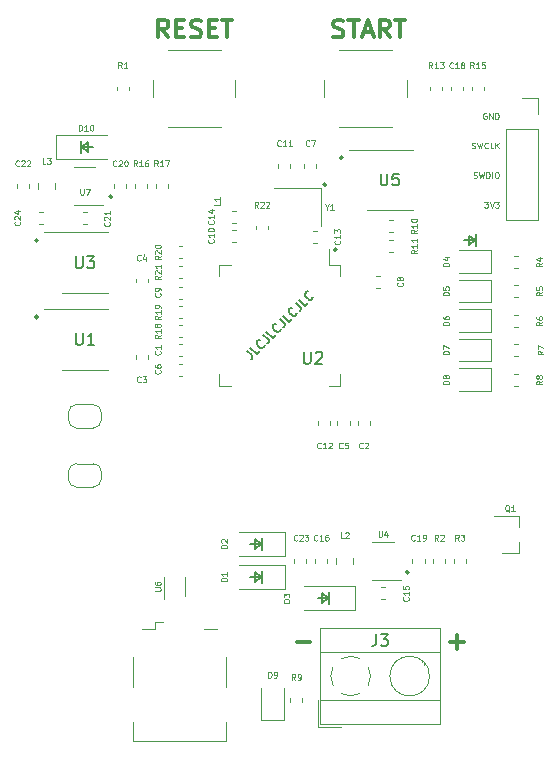
<source format=gbr>
%TF.GenerationSoftware,KiCad,Pcbnew,(5.1.6-0-10_14)*%
%TF.CreationDate,2021-02-05T00:28:22-08:00*%
%TF.ProjectId,version1,76657273-696f-46e3-912e-6b696361645f,rev?*%
%TF.SameCoordinates,Original*%
%TF.FileFunction,Legend,Top*%
%TF.FilePolarity,Positive*%
%FSLAX46Y46*%
G04 Gerber Fmt 4.6, Leading zero omitted, Abs format (unit mm)*
G04 Created by KiCad (PCBNEW (5.1.6-0-10_14)) date 2021-02-05 00:28:22*
%MOMM*%
%LPD*%
G01*
G04 APERTURE LIST*
%ADD10C,0.187500*%
%ADD11C,0.150000*%
%ADD12C,0.300000*%
%ADD13C,0.100000*%
%ADD14C,0.120000*%
%ADD15C,0.125000*%
G04 APERTURE END LIST*
D10*
X121259961Y-79459201D02*
X121638768Y-79838008D01*
X121689276Y-79939023D01*
X121689276Y-80040038D01*
X121638768Y-80141054D01*
X121588260Y-80191561D01*
X122295367Y-79484454D02*
X122042829Y-79736993D01*
X121512499Y-79206662D01*
X122724682Y-78954124D02*
X122724682Y-79004632D01*
X122674174Y-79105647D01*
X122623667Y-79156155D01*
X122522651Y-79206662D01*
X122421636Y-79206662D01*
X122345875Y-79181409D01*
X122219606Y-79105647D01*
X122143844Y-79029886D01*
X122068083Y-78903617D01*
X122042829Y-78827855D01*
X122042829Y-78726840D01*
X122093337Y-78625825D01*
X122143844Y-78575317D01*
X122244859Y-78524809D01*
X122295367Y-78524809D01*
X122623667Y-78095495D02*
X123002474Y-78474302D01*
X123052981Y-78575317D01*
X123052981Y-78676332D01*
X123002474Y-78777348D01*
X122951966Y-78827855D01*
X123659073Y-78120748D02*
X123406535Y-78373287D01*
X122876205Y-77842956D01*
X124088388Y-77590418D02*
X124088388Y-77640926D01*
X124037880Y-77741941D01*
X123987373Y-77792449D01*
X123886357Y-77842956D01*
X123785342Y-77842956D01*
X123709581Y-77817703D01*
X123583312Y-77741941D01*
X123507550Y-77666180D01*
X123431789Y-77539911D01*
X123406535Y-77464149D01*
X123406535Y-77363134D01*
X123457043Y-77262119D01*
X123507550Y-77211611D01*
X123608565Y-77161104D01*
X123659073Y-77161104D01*
X123987373Y-76731789D02*
X124366180Y-77110596D01*
X124416687Y-77211611D01*
X124416687Y-77312626D01*
X124366180Y-77413642D01*
X124315672Y-77464149D01*
X125022779Y-76757043D02*
X124770241Y-77009581D01*
X124239911Y-76479251D01*
X125452094Y-76226712D02*
X125452094Y-76277220D01*
X125401586Y-76378235D01*
X125351079Y-76428743D01*
X125250063Y-76479251D01*
X125149048Y-76479251D01*
X125073287Y-76453997D01*
X124947018Y-76378235D01*
X124871256Y-76302474D01*
X124795495Y-76176205D01*
X124770241Y-76100443D01*
X124770241Y-75999428D01*
X124820748Y-75898413D01*
X124871256Y-75847905D01*
X124972271Y-75797398D01*
X125022779Y-75797398D01*
X125351079Y-75368083D02*
X125729886Y-75746890D01*
X125780393Y-75847905D01*
X125780393Y-75948920D01*
X125729886Y-76049936D01*
X125679378Y-76100443D01*
X126386485Y-75393337D02*
X126133947Y-75645875D01*
X125603617Y-75115545D01*
X126815800Y-74863006D02*
X126815800Y-74913514D01*
X126765292Y-75014529D01*
X126714784Y-75065037D01*
X126613769Y-75115545D01*
X126512754Y-75115545D01*
X126436993Y-75090291D01*
X126310723Y-75014529D01*
X126234962Y-74938768D01*
X126159201Y-74812499D01*
X126133947Y-74736737D01*
X126133947Y-74635722D01*
X126184454Y-74534707D01*
X126234962Y-74484199D01*
X126335977Y-74433692D01*
X126386485Y-74433692D01*
D11*
X140000000Y-69700000D02*
X140500000Y-70100000D01*
X140000000Y-69700000D02*
X140000000Y-70500000D01*
X140600000Y-69600000D02*
X140600000Y-70600000D01*
X140500000Y-70100000D02*
X140000000Y-70500000D01*
X139600000Y-70100000D02*
X140600000Y-70100000D01*
X107800000Y-62600000D02*
X107300000Y-62200000D01*
X107800000Y-62600000D02*
X107800000Y-61800000D01*
X107200000Y-62700000D02*
X107200000Y-61700000D01*
X107300000Y-62200000D02*
X107800000Y-61800000D01*
X108200000Y-62200000D02*
X107200000Y-62200000D01*
X127600000Y-100000000D02*
X128100000Y-100400000D01*
X127600000Y-100000000D02*
X127600000Y-100800000D01*
X128200000Y-99900000D02*
X128200000Y-100900000D01*
X128100000Y-100400000D02*
X127600000Y-100800000D01*
X127200000Y-100400000D02*
X128200000Y-100400000D01*
X121900000Y-98200000D02*
X122400000Y-98600000D01*
X121900000Y-98200000D02*
X121900000Y-99000000D01*
X122500000Y-98100000D02*
X122500000Y-99100000D01*
X122400000Y-98600000D02*
X121900000Y-99000000D01*
X121500000Y-98600000D02*
X122500000Y-98600000D01*
X121500000Y-95800000D02*
X122500000Y-95800000D01*
X122500000Y-95300000D02*
X122500000Y-96300000D01*
X122400000Y-95800000D02*
X121900000Y-96200000D01*
X121900000Y-95400000D02*
X122400000Y-95800000D01*
X121900000Y-95400000D02*
X121900000Y-96200000D01*
X127941421Y-65400000D02*
G75*
G03*
X127941421Y-65400000I-141421J0D01*
G01*
X134941421Y-98200000D02*
G75*
G03*
X134941421Y-98200000I-141421J0D01*
G01*
X129341421Y-63100000D02*
G75*
G03*
X129341421Y-63100000I-141421J0D01*
G01*
X109841421Y-66400000D02*
G75*
G03*
X109841421Y-66400000I-141421J0D01*
G01*
X103541421Y-76600000D02*
G75*
G03*
X103541421Y-76600000I-141421J0D01*
G01*
X103541421Y-70100000D02*
G75*
G03*
X103541421Y-70100000I-141421J0D01*
G01*
X128841421Y-70900000D02*
G75*
G03*
X128841421Y-70900000I-141421J0D01*
G01*
D12*
X125428571Y-104107142D02*
X126571428Y-104107142D01*
X138428571Y-104107142D02*
X139571428Y-104107142D01*
X139000000Y-104678571D02*
X139000000Y-103535714D01*
X128535714Y-52857142D02*
X128750000Y-52928571D01*
X129107142Y-52928571D01*
X129250000Y-52857142D01*
X129321428Y-52785714D01*
X129392857Y-52642857D01*
X129392857Y-52500000D01*
X129321428Y-52357142D01*
X129250000Y-52285714D01*
X129107142Y-52214285D01*
X128821428Y-52142857D01*
X128678571Y-52071428D01*
X128607142Y-52000000D01*
X128535714Y-51857142D01*
X128535714Y-51714285D01*
X128607142Y-51571428D01*
X128678571Y-51500000D01*
X128821428Y-51428571D01*
X129178571Y-51428571D01*
X129392857Y-51500000D01*
X129821428Y-51428571D02*
X130678571Y-51428571D01*
X130250000Y-52928571D02*
X130250000Y-51428571D01*
X131107142Y-52500000D02*
X131821428Y-52500000D01*
X130964285Y-52928571D02*
X131464285Y-51428571D01*
X131964285Y-52928571D01*
X133321428Y-52928571D02*
X132821428Y-52214285D01*
X132464285Y-52928571D02*
X132464285Y-51428571D01*
X133035714Y-51428571D01*
X133178571Y-51500000D01*
X133250000Y-51571428D01*
X133321428Y-51714285D01*
X133321428Y-51928571D01*
X133250000Y-52071428D01*
X133178571Y-52142857D01*
X133035714Y-52214285D01*
X132464285Y-52214285D01*
X133750000Y-51428571D02*
X134607142Y-51428571D01*
X134178571Y-52928571D02*
X134178571Y-51428571D01*
X114571428Y-52928571D02*
X114071428Y-52214285D01*
X113714285Y-52928571D02*
X113714285Y-51428571D01*
X114285714Y-51428571D01*
X114428571Y-51500000D01*
X114500000Y-51571428D01*
X114571428Y-51714285D01*
X114571428Y-51928571D01*
X114500000Y-52071428D01*
X114428571Y-52142857D01*
X114285714Y-52214285D01*
X113714285Y-52214285D01*
X115214285Y-52142857D02*
X115714285Y-52142857D01*
X115928571Y-52928571D02*
X115214285Y-52928571D01*
X115214285Y-51428571D01*
X115928571Y-51428571D01*
X116500000Y-52857142D02*
X116714285Y-52928571D01*
X117071428Y-52928571D01*
X117214285Y-52857142D01*
X117285714Y-52785714D01*
X117357142Y-52642857D01*
X117357142Y-52500000D01*
X117285714Y-52357142D01*
X117214285Y-52285714D01*
X117071428Y-52214285D01*
X116785714Y-52142857D01*
X116642857Y-52071428D01*
X116571428Y-52000000D01*
X116500000Y-51857142D01*
X116500000Y-51714285D01*
X116571428Y-51571428D01*
X116642857Y-51500000D01*
X116785714Y-51428571D01*
X117142857Y-51428571D01*
X117357142Y-51500000D01*
X118000000Y-52142857D02*
X118500000Y-52142857D01*
X118714285Y-52928571D02*
X118000000Y-52928571D01*
X118000000Y-51428571D01*
X118714285Y-51428571D01*
X119142857Y-51428571D02*
X120000000Y-51428571D01*
X119571428Y-52928571D02*
X119571428Y-51428571D01*
D13*
X141325476Y-66826190D02*
X141635000Y-66826190D01*
X141468333Y-67016666D01*
X141539761Y-67016666D01*
X141587380Y-67040476D01*
X141611190Y-67064285D01*
X141635000Y-67111904D01*
X141635000Y-67230952D01*
X141611190Y-67278571D01*
X141587380Y-67302380D01*
X141539761Y-67326190D01*
X141396904Y-67326190D01*
X141349285Y-67302380D01*
X141325476Y-67278571D01*
X141777857Y-66826190D02*
X141944523Y-67326190D01*
X142111190Y-66826190D01*
X142230238Y-66826190D02*
X142539761Y-66826190D01*
X142373095Y-67016666D01*
X142444523Y-67016666D01*
X142492142Y-67040476D01*
X142515952Y-67064285D01*
X142539761Y-67111904D01*
X142539761Y-67230952D01*
X142515952Y-67278571D01*
X142492142Y-67302380D01*
X142444523Y-67326190D01*
X142301666Y-67326190D01*
X142254047Y-67302380D01*
X142230238Y-67278571D01*
X140420714Y-64802380D02*
X140492142Y-64826190D01*
X140611190Y-64826190D01*
X140658809Y-64802380D01*
X140682619Y-64778571D01*
X140706428Y-64730952D01*
X140706428Y-64683333D01*
X140682619Y-64635714D01*
X140658809Y-64611904D01*
X140611190Y-64588095D01*
X140515952Y-64564285D01*
X140468333Y-64540476D01*
X140444523Y-64516666D01*
X140420714Y-64469047D01*
X140420714Y-64421428D01*
X140444523Y-64373809D01*
X140468333Y-64350000D01*
X140515952Y-64326190D01*
X140635000Y-64326190D01*
X140706428Y-64350000D01*
X140873095Y-64326190D02*
X140992142Y-64826190D01*
X141087380Y-64469047D01*
X141182619Y-64826190D01*
X141301666Y-64326190D01*
X141492142Y-64826190D02*
X141492142Y-64326190D01*
X141611190Y-64326190D01*
X141682619Y-64350000D01*
X141730238Y-64397619D01*
X141754047Y-64445238D01*
X141777857Y-64540476D01*
X141777857Y-64611904D01*
X141754047Y-64707142D01*
X141730238Y-64754761D01*
X141682619Y-64802380D01*
X141611190Y-64826190D01*
X141492142Y-64826190D01*
X141992142Y-64826190D02*
X141992142Y-64326190D01*
X142325476Y-64326190D02*
X142420714Y-64326190D01*
X142468333Y-64350000D01*
X142515952Y-64397619D01*
X142539761Y-64492857D01*
X142539761Y-64659523D01*
X142515952Y-64754761D01*
X142468333Y-64802380D01*
X142420714Y-64826190D01*
X142325476Y-64826190D01*
X142277857Y-64802380D01*
X142230238Y-64754761D01*
X142206428Y-64659523D01*
X142206428Y-64492857D01*
X142230238Y-64397619D01*
X142277857Y-64350000D01*
X142325476Y-64326190D01*
X140277857Y-62302380D02*
X140349285Y-62326190D01*
X140468333Y-62326190D01*
X140515952Y-62302380D01*
X140539761Y-62278571D01*
X140563571Y-62230952D01*
X140563571Y-62183333D01*
X140539761Y-62135714D01*
X140515952Y-62111904D01*
X140468333Y-62088095D01*
X140373095Y-62064285D01*
X140325476Y-62040476D01*
X140301666Y-62016666D01*
X140277857Y-61969047D01*
X140277857Y-61921428D01*
X140301666Y-61873809D01*
X140325476Y-61850000D01*
X140373095Y-61826190D01*
X140492142Y-61826190D01*
X140563571Y-61850000D01*
X140730238Y-61826190D02*
X140849285Y-62326190D01*
X140944523Y-61969047D01*
X141039761Y-62326190D01*
X141158809Y-61826190D01*
X141635000Y-62278571D02*
X141611190Y-62302380D01*
X141539761Y-62326190D01*
X141492142Y-62326190D01*
X141420714Y-62302380D01*
X141373095Y-62254761D01*
X141349285Y-62207142D01*
X141325476Y-62111904D01*
X141325476Y-62040476D01*
X141349285Y-61945238D01*
X141373095Y-61897619D01*
X141420714Y-61850000D01*
X141492142Y-61826190D01*
X141539761Y-61826190D01*
X141611190Y-61850000D01*
X141635000Y-61873809D01*
X142087380Y-62326190D02*
X141849285Y-62326190D01*
X141849285Y-61826190D01*
X142254047Y-62326190D02*
X142254047Y-61826190D01*
X142539761Y-62326190D02*
X142325476Y-62040476D01*
X142539761Y-61826190D02*
X142254047Y-62111904D01*
X141492142Y-59350000D02*
X141444523Y-59326190D01*
X141373095Y-59326190D01*
X141301666Y-59350000D01*
X141254047Y-59397619D01*
X141230238Y-59445238D01*
X141206428Y-59540476D01*
X141206428Y-59611904D01*
X141230238Y-59707142D01*
X141254047Y-59754761D01*
X141301666Y-59802380D01*
X141373095Y-59826190D01*
X141420714Y-59826190D01*
X141492142Y-59802380D01*
X141515952Y-59778571D01*
X141515952Y-59611904D01*
X141420714Y-59611904D01*
X141730238Y-59826190D02*
X141730238Y-59326190D01*
X142015952Y-59826190D01*
X142015952Y-59326190D01*
X142254047Y-59826190D02*
X142254047Y-59326190D01*
X142373095Y-59326190D01*
X142444523Y-59350000D01*
X142492142Y-59397619D01*
X142515952Y-59445238D01*
X142539761Y-59540476D01*
X142539761Y-59611904D01*
X142515952Y-59707142D01*
X142492142Y-59754761D01*
X142444523Y-59802380D01*
X142373095Y-59826190D01*
X142254047Y-59826190D01*
D14*
%TO.C,U7*%
X106600000Y-67110000D02*
X109050000Y-67110000D01*
X108400000Y-63890000D02*
X106600000Y-63890000D01*
%TO.C,U4*%
X131850000Y-98860000D02*
X134300000Y-98860000D01*
X133650000Y-95640000D02*
X131850000Y-95640000D01*
%TO.C,R22*%
X121990000Y-68849721D02*
X121990000Y-69175279D01*
X123010000Y-68849721D02*
X123010000Y-69175279D01*
%TO.C,R21*%
X115762779Y-72290000D02*
X115437221Y-72290000D01*
X115762779Y-73310000D02*
X115437221Y-73310000D01*
%TO.C,R20*%
X115762779Y-70590000D02*
X115437221Y-70590000D01*
X115762779Y-71610000D02*
X115437221Y-71610000D01*
%TO.C,R19*%
X115437221Y-76710000D02*
X115762779Y-76710000D01*
X115437221Y-75690000D02*
X115762779Y-75690000D01*
%TO.C,R18*%
X115762779Y-77290000D02*
X115437221Y-77290000D01*
X115762779Y-78310000D02*
X115437221Y-78310000D01*
%TO.C,R17*%
X113490000Y-65337221D02*
X113490000Y-65662779D01*
X114510000Y-65337221D02*
X114510000Y-65662779D01*
%TO.C,R16*%
X112760000Y-65662779D02*
X112760000Y-65337221D01*
X111740000Y-65662779D02*
X111740000Y-65337221D01*
%TO.C,R15*%
X140240000Y-57087221D02*
X140240000Y-57412779D01*
X141260000Y-57087221D02*
X141260000Y-57412779D01*
%TO.C,R13*%
X137760000Y-57412779D02*
X137760000Y-57087221D01*
X136740000Y-57412779D02*
X136740000Y-57087221D01*
%TO.C,R11*%
X133575279Y-70090000D02*
X133249721Y-70090000D01*
X133575279Y-71110000D02*
X133249721Y-71110000D01*
%TO.C,R10*%
X133237221Y-69410000D02*
X133562779Y-69410000D01*
X133237221Y-68390000D02*
X133562779Y-68390000D01*
%TO.C,R9*%
X125910000Y-109162779D02*
X125910000Y-108837221D01*
X124890000Y-109162779D02*
X124890000Y-108837221D01*
%TO.C,R8*%
X144162779Y-81390000D02*
X143837221Y-81390000D01*
X144162779Y-82410000D02*
X143837221Y-82410000D01*
%TO.C,R7*%
X144162779Y-78890000D02*
X143837221Y-78890000D01*
X144162779Y-79910000D02*
X143837221Y-79910000D01*
%TO.C,R6*%
X144162779Y-76390000D02*
X143837221Y-76390000D01*
X144162779Y-77410000D02*
X143837221Y-77410000D01*
%TO.C,R5*%
X144162779Y-73890000D02*
X143837221Y-73890000D01*
X144162779Y-74910000D02*
X143837221Y-74910000D01*
%TO.C,R4*%
X144162779Y-71390000D02*
X143837221Y-71390000D01*
X144162779Y-72410000D02*
X143837221Y-72410000D01*
%TO.C,R3*%
X138740000Y-97087221D02*
X138740000Y-97412779D01*
X139760000Y-97087221D02*
X139760000Y-97412779D01*
%TO.C,R2*%
X138010000Y-97412779D02*
X138010000Y-97087221D01*
X136990000Y-97412779D02*
X136990000Y-97087221D01*
%TO.C,R1*%
X111260000Y-57412779D02*
X111260000Y-57087221D01*
X110240000Y-57412779D02*
X110240000Y-57087221D01*
%TO.C,Q1*%
X144260000Y-96580000D02*
X142800000Y-96580000D01*
X144260000Y-93420000D02*
X142100000Y-93420000D01*
X144260000Y-93420000D02*
X144260000Y-94350000D01*
X144260000Y-96580000D02*
X144260000Y-95650000D01*
%TO.C,L3*%
X104960000Y-65758578D02*
X104960000Y-65241422D01*
X103540000Y-65758578D02*
X103540000Y-65241422D01*
%TO.C,L2*%
X130210000Y-97508578D02*
X130210000Y-96991422D01*
X128790000Y-97508578D02*
X128790000Y-96991422D01*
%TO.C,D10*%
X105050000Y-63200000D02*
X109350000Y-63200000D01*
X105050000Y-61200000D02*
X105050000Y-63200000D01*
X109350000Y-61200000D02*
X105050000Y-61200000D01*
%TO.C,D9*%
X124360000Y-110685000D02*
X124360000Y-108000000D01*
X122440000Y-110685000D02*
X124360000Y-110685000D01*
X122440000Y-108000000D02*
X122440000Y-110685000D01*
%TO.C,D8*%
X141885000Y-80940000D02*
X139200000Y-80940000D01*
X141885000Y-82860000D02*
X141885000Y-80940000D01*
X139200000Y-82860000D02*
X141885000Y-82860000D01*
%TO.C,D7*%
X141885000Y-78440000D02*
X139200000Y-78440000D01*
X141885000Y-80360000D02*
X141885000Y-78440000D01*
X139200000Y-80360000D02*
X141885000Y-80360000D01*
%TO.C,D6*%
X141885000Y-75940000D02*
X139200000Y-75940000D01*
X141885000Y-77860000D02*
X141885000Y-75940000D01*
X139200000Y-77860000D02*
X141885000Y-77860000D01*
%TO.C,D5*%
X141885000Y-73440000D02*
X139200000Y-73440000D01*
X141885000Y-75360000D02*
X141885000Y-73440000D01*
X139200000Y-75360000D02*
X141885000Y-75360000D01*
%TO.C,D4*%
X141885000Y-70940000D02*
X139200000Y-70940000D01*
X141885000Y-72860000D02*
X141885000Y-70940000D01*
X139200000Y-72860000D02*
X141885000Y-72860000D01*
%TO.C,D3*%
X130350000Y-99400000D02*
X126050000Y-99400000D01*
X130350000Y-101400000D02*
X130350000Y-99400000D01*
X126050000Y-101400000D02*
X130350000Y-101400000D01*
%TO.C,C24*%
X103637221Y-68710000D02*
X103962779Y-68710000D01*
X103637221Y-67690000D02*
X103962779Y-67690000D01*
%TO.C,C23*%
X125240000Y-97087221D02*
X125240000Y-97412779D01*
X126260000Y-97087221D02*
X126260000Y-97412779D01*
%TO.C,C22*%
X101740000Y-65337221D02*
X101740000Y-65662779D01*
X102760000Y-65337221D02*
X102760000Y-65662779D01*
%TO.C,C21*%
X107662779Y-67740000D02*
X107337221Y-67740000D01*
X107662779Y-68760000D02*
X107337221Y-68760000D01*
%TO.C,C20*%
X109990000Y-65337221D02*
X109990000Y-65662779D01*
X111010000Y-65337221D02*
X111010000Y-65662779D01*
%TO.C,C19*%
X135240000Y-97087221D02*
X135240000Y-97412779D01*
X136260000Y-97087221D02*
X136260000Y-97412779D01*
%TO.C,C18*%
X139510000Y-57412779D02*
X139510000Y-57087221D01*
X138490000Y-57412779D02*
X138490000Y-57087221D01*
%TO.C,C16*%
X126990000Y-97087221D02*
X126990000Y-97412779D01*
X128010000Y-97087221D02*
X128010000Y-97412779D01*
%TO.C,C15*%
X132912779Y-99490000D02*
X132587221Y-99490000D01*
X132912779Y-100510000D02*
X132587221Y-100510000D01*
%TO.C,C14*%
X120262779Y-67590000D02*
X119937221Y-67590000D01*
X120262779Y-68610000D02*
X119937221Y-68610000D01*
%TO.C,C13*%
X127125279Y-69290000D02*
X126799721Y-69290000D01*
X127125279Y-70310000D02*
X126799721Y-70310000D01*
%TO.C,C12*%
X127240000Y-85437221D02*
X127240000Y-85762779D01*
X128260000Y-85437221D02*
X128260000Y-85762779D01*
%TO.C,C11*%
X124910000Y-63962779D02*
X124910000Y-63637221D01*
X123890000Y-63962779D02*
X123890000Y-63637221D01*
%TO.C,C10*%
X120262779Y-69190000D02*
X119937221Y-69190000D01*
X120262779Y-70210000D02*
X119937221Y-70210000D01*
%TO.C,C9*%
X115762779Y-74040000D02*
X115437221Y-74040000D01*
X115762779Y-75060000D02*
X115437221Y-75060000D01*
%TO.C,C8*%
X132137221Y-74110000D02*
X132462779Y-74110000D01*
X132137221Y-73090000D02*
X132462779Y-73090000D01*
%TO.C,C7*%
X127110000Y-63962779D02*
X127110000Y-63637221D01*
X126090000Y-63962779D02*
X126090000Y-63637221D01*
%TO.C,C6*%
X115762779Y-80540000D02*
X115437221Y-80540000D01*
X115762779Y-81560000D02*
X115437221Y-81560000D01*
%TO.C,C5*%
X128890000Y-85437221D02*
X128890000Y-85762779D01*
X129910000Y-85437221D02*
X129910000Y-85762779D01*
%TO.C,C4*%
X111790000Y-73337221D02*
X111790000Y-73662779D01*
X112810000Y-73337221D02*
X112810000Y-73662779D01*
%TO.C,C3*%
X111790000Y-79824721D02*
X111790000Y-80150279D01*
X112810000Y-79824721D02*
X112810000Y-80150279D01*
%TO.C,C2*%
X130590000Y-85437221D02*
X130590000Y-85762779D01*
X131610000Y-85437221D02*
X131610000Y-85762779D01*
%TO.C,C1*%
X115762779Y-78890000D02*
X115437221Y-78890000D01*
X115762779Y-79910000D02*
X115437221Y-79910000D01*
%TO.C,Y1*%
X127500000Y-65700000D02*
X123500000Y-65700000D01*
X127500000Y-68900000D02*
X127500000Y-65700000D01*
%TO.C,U6*%
X116000000Y-100200000D02*
X116000000Y-98600000D01*
X114200000Y-98600000D02*
X114200000Y-100500000D01*
%TO.C,U5*%
X133300000Y-62440000D02*
X129850000Y-62440000D01*
X133300000Y-62440000D02*
X135250000Y-62440000D01*
X133300000Y-67560000D02*
X131350000Y-67560000D01*
X133300000Y-67560000D02*
X135250000Y-67560000D01*
%TO.C,U3*%
X107500000Y-69440000D02*
X104050000Y-69440000D01*
X107500000Y-69440000D02*
X109450000Y-69440000D01*
X107500000Y-74560000D02*
X105550000Y-74560000D01*
X107500000Y-74560000D02*
X109450000Y-74560000D01*
%TO.C,U2*%
X128160000Y-72190000D02*
X128160000Y-70850000D01*
X129110000Y-72190000D02*
X128160000Y-72190000D01*
X129110000Y-73140000D02*
X129110000Y-72190000D01*
X129110000Y-82410000D02*
X128160000Y-82410000D01*
X129110000Y-81460000D02*
X129110000Y-82410000D01*
X118890000Y-72190000D02*
X119840000Y-72190000D01*
X118890000Y-73140000D02*
X118890000Y-72190000D01*
X118890000Y-82410000D02*
X119840000Y-82410000D01*
X118890000Y-81460000D02*
X118890000Y-82410000D01*
%TO.C,U1*%
X107500000Y-75940000D02*
X104050000Y-75940000D01*
X107500000Y-75940000D02*
X109450000Y-75940000D01*
X107500000Y-81060000D02*
X105550000Y-81060000D01*
X107500000Y-81060000D02*
X109450000Y-81060000D01*
%TO.C,SW3*%
X134750000Y-58000000D02*
X134750000Y-56500000D01*
X133500000Y-54000000D02*
X129000000Y-54000000D01*
X127750000Y-56500000D02*
X127750000Y-58000000D01*
X129000000Y-60500000D02*
X133500000Y-60500000D01*
%TO.C,SW1*%
X120250000Y-58000000D02*
X120250000Y-56500000D01*
X119000000Y-54000000D02*
X114500000Y-54000000D01*
X113250000Y-56500000D02*
X113250000Y-58000000D01*
X114500000Y-60500000D02*
X119000000Y-60500000D01*
%TO.C,J3*%
X127200000Y-111300000D02*
X129200000Y-111300000D01*
X127200000Y-109060000D02*
X127200000Y-111300000D01*
X133820000Y-107976000D02*
X133726000Y-108069000D01*
X136070000Y-105725000D02*
X136011000Y-105784000D01*
X133990000Y-108216000D02*
X133931000Y-108274000D01*
X136275000Y-105931000D02*
X136181000Y-106024000D01*
X137560000Y-102940000D02*
X137560000Y-111060000D01*
X127440000Y-102940000D02*
X127440000Y-111060000D01*
X127440000Y-111060000D02*
X137560000Y-111060000D01*
X127440000Y-102940000D02*
X137560000Y-102940000D01*
X127440000Y-105000000D02*
X137560000Y-105000000D01*
X127440000Y-109000000D02*
X137560000Y-109000000D01*
X136680000Y-107000000D02*
G75*
G03*
X136680000Y-107000000I-1680000J0D01*
G01*
X130029383Y-108680450D02*
G75*
G02*
X129211000Y-108484000I-29383J1680450D01*
G01*
X128516047Y-107789088D02*
G75*
G02*
X128516000Y-106211000I1483953J789088D01*
G01*
X129210912Y-105516047D02*
G75*
G02*
X130789000Y-105516000I789088J-1483953D01*
G01*
X131483953Y-106210912D02*
G75*
G02*
X131484000Y-107789000I-1483953J-789088D01*
G01*
X130788712Y-108483352D02*
G75*
G02*
X130000000Y-108680000I-788712J1483352D01*
G01*
%TO.C,D2*%
X124450000Y-96800000D02*
X120550000Y-96800000D01*
X124450000Y-94800000D02*
X120550000Y-94800000D01*
X124450000Y-96800000D02*
X124450000Y-94800000D01*
%TO.C,D1*%
X124450000Y-99600000D02*
X120550000Y-99600000D01*
X124450000Y-97600000D02*
X120550000Y-97600000D01*
X124450000Y-99600000D02*
X124450000Y-97600000D01*
%TO.C,JP3*%
X108200000Y-91000000D02*
X106800000Y-91000000D01*
X106100000Y-90300000D02*
X106100000Y-89700000D01*
X106800000Y-89000000D02*
X108200000Y-89000000D01*
X108900000Y-89700000D02*
X108900000Y-90300000D01*
X108900000Y-90300000D02*
G75*
G02*
X108200000Y-91000000I-700000J0D01*
G01*
X108200000Y-89000000D02*
G75*
G02*
X108900000Y-89700000I0J-700000D01*
G01*
X106100000Y-89700000D02*
G75*
G02*
X106800000Y-89000000I700000J0D01*
G01*
X106800000Y-91000000D02*
G75*
G02*
X106100000Y-90300000I0J700000D01*
G01*
%TO.C,JP2*%
X108200000Y-86000000D02*
X106800000Y-86000000D01*
X106100000Y-85300000D02*
X106100000Y-84700000D01*
X106800000Y-84000000D02*
X108200000Y-84000000D01*
X108900000Y-84700000D02*
X108900000Y-85300000D01*
X108900000Y-85300000D02*
G75*
G02*
X108200000Y-86000000I-700000J0D01*
G01*
X108200000Y-84000000D02*
G75*
G02*
X108900000Y-84700000I0J-700000D01*
G01*
X106100000Y-84700000D02*
G75*
G02*
X106800000Y-84000000I700000J0D01*
G01*
X106800000Y-86000000D02*
G75*
G02*
X106100000Y-85300000I0J700000D01*
G01*
%TO.C,J1*%
X119460000Y-112510000D02*
X119460000Y-110850000D01*
X111540000Y-112510000D02*
X119460000Y-112510000D01*
X111540000Y-110850000D02*
X111540000Y-112510000D01*
X117550000Y-103040000D02*
X118700000Y-103040000D01*
X113450000Y-102450000D02*
X114150000Y-102450000D01*
X113450000Y-103040000D02*
X113450000Y-102450000D01*
X112300000Y-103040000D02*
X113450000Y-103040000D01*
X119460000Y-105350000D02*
X119460000Y-107950000D01*
X111540000Y-107950000D02*
X111540000Y-105350000D01*
%TO.C,J4*%
X144500000Y-58070000D02*
X145830000Y-58070000D01*
X145830000Y-58070000D02*
X145830000Y-59400000D01*
X145830000Y-60670000D02*
X145830000Y-68350000D01*
X143170000Y-68350000D02*
X145830000Y-68350000D01*
X143170000Y-60670000D02*
X143170000Y-68350000D01*
X143170000Y-60670000D02*
X145830000Y-60670000D01*
%TO.C,U7*%
D15*
X107119047Y-65726190D02*
X107119047Y-66130952D01*
X107142857Y-66178571D01*
X107166666Y-66202380D01*
X107214285Y-66226190D01*
X107309523Y-66226190D01*
X107357142Y-66202380D01*
X107380952Y-66178571D01*
X107404761Y-66130952D01*
X107404761Y-65726190D01*
X107595238Y-65726190D02*
X107928571Y-65726190D01*
X107714285Y-66226190D01*
%TO.C,U4*%
X132369047Y-94726190D02*
X132369047Y-95130952D01*
X132392857Y-95178571D01*
X132416666Y-95202380D01*
X132464285Y-95226190D01*
X132559523Y-95226190D01*
X132607142Y-95202380D01*
X132630952Y-95178571D01*
X132654761Y-95130952D01*
X132654761Y-94726190D01*
X133107142Y-94892857D02*
X133107142Y-95226190D01*
X132988095Y-94702380D02*
X132869047Y-95059523D01*
X133178571Y-95059523D01*
%TO.C,R22*%
X122178571Y-67326190D02*
X122011904Y-67088095D01*
X121892857Y-67326190D02*
X121892857Y-66826190D01*
X122083333Y-66826190D01*
X122130952Y-66850000D01*
X122154761Y-66873809D01*
X122178571Y-66921428D01*
X122178571Y-66992857D01*
X122154761Y-67040476D01*
X122130952Y-67064285D01*
X122083333Y-67088095D01*
X121892857Y-67088095D01*
X122369047Y-66873809D02*
X122392857Y-66850000D01*
X122440476Y-66826190D01*
X122559523Y-66826190D01*
X122607142Y-66850000D01*
X122630952Y-66873809D01*
X122654761Y-66921428D01*
X122654761Y-66969047D01*
X122630952Y-67040476D01*
X122345238Y-67326190D01*
X122654761Y-67326190D01*
X122845238Y-66873809D02*
X122869047Y-66850000D01*
X122916666Y-66826190D01*
X123035714Y-66826190D01*
X123083333Y-66850000D01*
X123107142Y-66873809D01*
X123130952Y-66921428D01*
X123130952Y-66969047D01*
X123107142Y-67040476D01*
X122821428Y-67326190D01*
X123130952Y-67326190D01*
%TO.C,R21*%
X113926190Y-73121428D02*
X113688095Y-73288095D01*
X113926190Y-73407142D02*
X113426190Y-73407142D01*
X113426190Y-73216666D01*
X113450000Y-73169047D01*
X113473809Y-73145238D01*
X113521428Y-73121428D01*
X113592857Y-73121428D01*
X113640476Y-73145238D01*
X113664285Y-73169047D01*
X113688095Y-73216666D01*
X113688095Y-73407142D01*
X113473809Y-72930952D02*
X113450000Y-72907142D01*
X113426190Y-72859523D01*
X113426190Y-72740476D01*
X113450000Y-72692857D01*
X113473809Y-72669047D01*
X113521428Y-72645238D01*
X113569047Y-72645238D01*
X113640476Y-72669047D01*
X113926190Y-72954761D01*
X113926190Y-72645238D01*
X113926190Y-72169047D02*
X113926190Y-72454761D01*
X113926190Y-72311904D02*
X113426190Y-72311904D01*
X113497619Y-72359523D01*
X113545238Y-72407142D01*
X113569047Y-72454761D01*
%TO.C,R20*%
X113926190Y-71421428D02*
X113688095Y-71588095D01*
X113926190Y-71707142D02*
X113426190Y-71707142D01*
X113426190Y-71516666D01*
X113450000Y-71469047D01*
X113473809Y-71445238D01*
X113521428Y-71421428D01*
X113592857Y-71421428D01*
X113640476Y-71445238D01*
X113664285Y-71469047D01*
X113688095Y-71516666D01*
X113688095Y-71707142D01*
X113473809Y-71230952D02*
X113450000Y-71207142D01*
X113426190Y-71159523D01*
X113426190Y-71040476D01*
X113450000Y-70992857D01*
X113473809Y-70969047D01*
X113521428Y-70945238D01*
X113569047Y-70945238D01*
X113640476Y-70969047D01*
X113926190Y-71254761D01*
X113926190Y-70945238D01*
X113426190Y-70635714D02*
X113426190Y-70588095D01*
X113450000Y-70540476D01*
X113473809Y-70516666D01*
X113521428Y-70492857D01*
X113616666Y-70469047D01*
X113735714Y-70469047D01*
X113830952Y-70492857D01*
X113878571Y-70516666D01*
X113902380Y-70540476D01*
X113926190Y-70588095D01*
X113926190Y-70635714D01*
X113902380Y-70683333D01*
X113878571Y-70707142D01*
X113830952Y-70730952D01*
X113735714Y-70754761D01*
X113616666Y-70754761D01*
X113521428Y-70730952D01*
X113473809Y-70707142D01*
X113450000Y-70683333D01*
X113426190Y-70635714D01*
%TO.C,R19*%
X113926190Y-76521428D02*
X113688095Y-76688095D01*
X113926190Y-76807142D02*
X113426190Y-76807142D01*
X113426190Y-76616666D01*
X113450000Y-76569047D01*
X113473809Y-76545238D01*
X113521428Y-76521428D01*
X113592857Y-76521428D01*
X113640476Y-76545238D01*
X113664285Y-76569047D01*
X113688095Y-76616666D01*
X113688095Y-76807142D01*
X113926190Y-76045238D02*
X113926190Y-76330952D01*
X113926190Y-76188095D02*
X113426190Y-76188095D01*
X113497619Y-76235714D01*
X113545238Y-76283333D01*
X113569047Y-76330952D01*
X113926190Y-75807142D02*
X113926190Y-75711904D01*
X113902380Y-75664285D01*
X113878571Y-75640476D01*
X113807142Y-75592857D01*
X113711904Y-75569047D01*
X113521428Y-75569047D01*
X113473809Y-75592857D01*
X113450000Y-75616666D01*
X113426190Y-75664285D01*
X113426190Y-75759523D01*
X113450000Y-75807142D01*
X113473809Y-75830952D01*
X113521428Y-75854761D01*
X113640476Y-75854761D01*
X113688095Y-75830952D01*
X113711904Y-75807142D01*
X113735714Y-75759523D01*
X113735714Y-75664285D01*
X113711904Y-75616666D01*
X113688095Y-75592857D01*
X113640476Y-75569047D01*
%TO.C,R18*%
X113926190Y-78121428D02*
X113688095Y-78288095D01*
X113926190Y-78407142D02*
X113426190Y-78407142D01*
X113426190Y-78216666D01*
X113450000Y-78169047D01*
X113473809Y-78145238D01*
X113521428Y-78121428D01*
X113592857Y-78121428D01*
X113640476Y-78145238D01*
X113664285Y-78169047D01*
X113688095Y-78216666D01*
X113688095Y-78407142D01*
X113926190Y-77645238D02*
X113926190Y-77930952D01*
X113926190Y-77788095D02*
X113426190Y-77788095D01*
X113497619Y-77835714D01*
X113545238Y-77883333D01*
X113569047Y-77930952D01*
X113640476Y-77359523D02*
X113616666Y-77407142D01*
X113592857Y-77430952D01*
X113545238Y-77454761D01*
X113521428Y-77454761D01*
X113473809Y-77430952D01*
X113450000Y-77407142D01*
X113426190Y-77359523D01*
X113426190Y-77264285D01*
X113450000Y-77216666D01*
X113473809Y-77192857D01*
X113521428Y-77169047D01*
X113545238Y-77169047D01*
X113592857Y-77192857D01*
X113616666Y-77216666D01*
X113640476Y-77264285D01*
X113640476Y-77359523D01*
X113664285Y-77407142D01*
X113688095Y-77430952D01*
X113735714Y-77454761D01*
X113830952Y-77454761D01*
X113878571Y-77430952D01*
X113902380Y-77407142D01*
X113926190Y-77359523D01*
X113926190Y-77264285D01*
X113902380Y-77216666D01*
X113878571Y-77192857D01*
X113830952Y-77169047D01*
X113735714Y-77169047D01*
X113688095Y-77192857D01*
X113664285Y-77216666D01*
X113640476Y-77264285D01*
%TO.C,R17*%
X113678571Y-63826190D02*
X113511904Y-63588095D01*
X113392857Y-63826190D02*
X113392857Y-63326190D01*
X113583333Y-63326190D01*
X113630952Y-63350000D01*
X113654761Y-63373809D01*
X113678571Y-63421428D01*
X113678571Y-63492857D01*
X113654761Y-63540476D01*
X113630952Y-63564285D01*
X113583333Y-63588095D01*
X113392857Y-63588095D01*
X114154761Y-63826190D02*
X113869047Y-63826190D01*
X114011904Y-63826190D02*
X114011904Y-63326190D01*
X113964285Y-63397619D01*
X113916666Y-63445238D01*
X113869047Y-63469047D01*
X114321428Y-63326190D02*
X114654761Y-63326190D01*
X114440476Y-63826190D01*
%TO.C,R16*%
X111928571Y-63826190D02*
X111761904Y-63588095D01*
X111642857Y-63826190D02*
X111642857Y-63326190D01*
X111833333Y-63326190D01*
X111880952Y-63350000D01*
X111904761Y-63373809D01*
X111928571Y-63421428D01*
X111928571Y-63492857D01*
X111904761Y-63540476D01*
X111880952Y-63564285D01*
X111833333Y-63588095D01*
X111642857Y-63588095D01*
X112404761Y-63826190D02*
X112119047Y-63826190D01*
X112261904Y-63826190D02*
X112261904Y-63326190D01*
X112214285Y-63397619D01*
X112166666Y-63445238D01*
X112119047Y-63469047D01*
X112833333Y-63326190D02*
X112738095Y-63326190D01*
X112690476Y-63350000D01*
X112666666Y-63373809D01*
X112619047Y-63445238D01*
X112595238Y-63540476D01*
X112595238Y-63730952D01*
X112619047Y-63778571D01*
X112642857Y-63802380D01*
X112690476Y-63826190D01*
X112785714Y-63826190D01*
X112833333Y-63802380D01*
X112857142Y-63778571D01*
X112880952Y-63730952D01*
X112880952Y-63611904D01*
X112857142Y-63564285D01*
X112833333Y-63540476D01*
X112785714Y-63516666D01*
X112690476Y-63516666D01*
X112642857Y-63540476D01*
X112619047Y-63564285D01*
X112595238Y-63611904D01*
%TO.C,R15*%
X140428571Y-55526190D02*
X140261904Y-55288095D01*
X140142857Y-55526190D02*
X140142857Y-55026190D01*
X140333333Y-55026190D01*
X140380952Y-55050000D01*
X140404761Y-55073809D01*
X140428571Y-55121428D01*
X140428571Y-55192857D01*
X140404761Y-55240476D01*
X140380952Y-55264285D01*
X140333333Y-55288095D01*
X140142857Y-55288095D01*
X140904761Y-55526190D02*
X140619047Y-55526190D01*
X140761904Y-55526190D02*
X140761904Y-55026190D01*
X140714285Y-55097619D01*
X140666666Y-55145238D01*
X140619047Y-55169047D01*
X141357142Y-55026190D02*
X141119047Y-55026190D01*
X141095238Y-55264285D01*
X141119047Y-55240476D01*
X141166666Y-55216666D01*
X141285714Y-55216666D01*
X141333333Y-55240476D01*
X141357142Y-55264285D01*
X141380952Y-55311904D01*
X141380952Y-55430952D01*
X141357142Y-55478571D01*
X141333333Y-55502380D01*
X141285714Y-55526190D01*
X141166666Y-55526190D01*
X141119047Y-55502380D01*
X141095238Y-55478571D01*
%TO.C,R13*%
X136928571Y-55526190D02*
X136761904Y-55288095D01*
X136642857Y-55526190D02*
X136642857Y-55026190D01*
X136833333Y-55026190D01*
X136880952Y-55050000D01*
X136904761Y-55073809D01*
X136928571Y-55121428D01*
X136928571Y-55192857D01*
X136904761Y-55240476D01*
X136880952Y-55264285D01*
X136833333Y-55288095D01*
X136642857Y-55288095D01*
X137404761Y-55526190D02*
X137119047Y-55526190D01*
X137261904Y-55526190D02*
X137261904Y-55026190D01*
X137214285Y-55097619D01*
X137166666Y-55145238D01*
X137119047Y-55169047D01*
X137571428Y-55026190D02*
X137880952Y-55026190D01*
X137714285Y-55216666D01*
X137785714Y-55216666D01*
X137833333Y-55240476D01*
X137857142Y-55264285D01*
X137880952Y-55311904D01*
X137880952Y-55430952D01*
X137857142Y-55478571D01*
X137833333Y-55502380D01*
X137785714Y-55526190D01*
X137642857Y-55526190D01*
X137595238Y-55502380D01*
X137571428Y-55478571D01*
%TO.C,R11*%
X135626190Y-70921428D02*
X135388095Y-71088095D01*
X135626190Y-71207142D02*
X135126190Y-71207142D01*
X135126190Y-71016666D01*
X135150000Y-70969047D01*
X135173809Y-70945238D01*
X135221428Y-70921428D01*
X135292857Y-70921428D01*
X135340476Y-70945238D01*
X135364285Y-70969047D01*
X135388095Y-71016666D01*
X135388095Y-71207142D01*
X135626190Y-70445238D02*
X135626190Y-70730952D01*
X135626190Y-70588095D02*
X135126190Y-70588095D01*
X135197619Y-70635714D01*
X135245238Y-70683333D01*
X135269047Y-70730952D01*
X135626190Y-69969047D02*
X135626190Y-70254761D01*
X135626190Y-70111904D02*
X135126190Y-70111904D01*
X135197619Y-70159523D01*
X135245238Y-70207142D01*
X135269047Y-70254761D01*
%TO.C,R10*%
X135626190Y-69221428D02*
X135388095Y-69388095D01*
X135626190Y-69507142D02*
X135126190Y-69507142D01*
X135126190Y-69316666D01*
X135150000Y-69269047D01*
X135173809Y-69245238D01*
X135221428Y-69221428D01*
X135292857Y-69221428D01*
X135340476Y-69245238D01*
X135364285Y-69269047D01*
X135388095Y-69316666D01*
X135388095Y-69507142D01*
X135626190Y-68745238D02*
X135626190Y-69030952D01*
X135626190Y-68888095D02*
X135126190Y-68888095D01*
X135197619Y-68935714D01*
X135245238Y-68983333D01*
X135269047Y-69030952D01*
X135126190Y-68435714D02*
X135126190Y-68388095D01*
X135150000Y-68340476D01*
X135173809Y-68316666D01*
X135221428Y-68292857D01*
X135316666Y-68269047D01*
X135435714Y-68269047D01*
X135530952Y-68292857D01*
X135578571Y-68316666D01*
X135602380Y-68340476D01*
X135626190Y-68388095D01*
X135626190Y-68435714D01*
X135602380Y-68483333D01*
X135578571Y-68507142D01*
X135530952Y-68530952D01*
X135435714Y-68554761D01*
X135316666Y-68554761D01*
X135221428Y-68530952D01*
X135173809Y-68507142D01*
X135150000Y-68483333D01*
X135126190Y-68435714D01*
%TO.C,R9*%
X125316666Y-107326190D02*
X125150000Y-107088095D01*
X125030952Y-107326190D02*
X125030952Y-106826190D01*
X125221428Y-106826190D01*
X125269047Y-106850000D01*
X125292857Y-106873809D01*
X125316666Y-106921428D01*
X125316666Y-106992857D01*
X125292857Y-107040476D01*
X125269047Y-107064285D01*
X125221428Y-107088095D01*
X125030952Y-107088095D01*
X125554761Y-107326190D02*
X125650000Y-107326190D01*
X125697619Y-107302380D01*
X125721428Y-107278571D01*
X125769047Y-107207142D01*
X125792857Y-107111904D01*
X125792857Y-106921428D01*
X125769047Y-106873809D01*
X125745238Y-106850000D01*
X125697619Y-106826190D01*
X125602380Y-106826190D01*
X125554761Y-106850000D01*
X125530952Y-106873809D01*
X125507142Y-106921428D01*
X125507142Y-107040476D01*
X125530952Y-107088095D01*
X125554761Y-107111904D01*
X125602380Y-107135714D01*
X125697619Y-107135714D01*
X125745238Y-107111904D01*
X125769047Y-107088095D01*
X125792857Y-107040476D01*
%TO.C,R8*%
X146226190Y-82013333D02*
X145988095Y-82180000D01*
X146226190Y-82299047D02*
X145726190Y-82299047D01*
X145726190Y-82108571D01*
X145750000Y-82060952D01*
X145773809Y-82037142D01*
X145821428Y-82013333D01*
X145892857Y-82013333D01*
X145940476Y-82037142D01*
X145964285Y-82060952D01*
X145988095Y-82108571D01*
X145988095Y-82299047D01*
X145940476Y-81727619D02*
X145916666Y-81775238D01*
X145892857Y-81799047D01*
X145845238Y-81822857D01*
X145821428Y-81822857D01*
X145773809Y-81799047D01*
X145750000Y-81775238D01*
X145726190Y-81727619D01*
X145726190Y-81632380D01*
X145750000Y-81584761D01*
X145773809Y-81560952D01*
X145821428Y-81537142D01*
X145845238Y-81537142D01*
X145892857Y-81560952D01*
X145916666Y-81584761D01*
X145940476Y-81632380D01*
X145940476Y-81727619D01*
X145964285Y-81775238D01*
X145988095Y-81799047D01*
X146035714Y-81822857D01*
X146130952Y-81822857D01*
X146178571Y-81799047D01*
X146202380Y-81775238D01*
X146226190Y-81727619D01*
X146226190Y-81632380D01*
X146202380Y-81584761D01*
X146178571Y-81560952D01*
X146130952Y-81537142D01*
X146035714Y-81537142D01*
X145988095Y-81560952D01*
X145964285Y-81584761D01*
X145940476Y-81632380D01*
%TO.C,R7*%
X146326190Y-79483333D02*
X146088095Y-79650000D01*
X146326190Y-79769047D02*
X145826190Y-79769047D01*
X145826190Y-79578571D01*
X145850000Y-79530952D01*
X145873809Y-79507142D01*
X145921428Y-79483333D01*
X145992857Y-79483333D01*
X146040476Y-79507142D01*
X146064285Y-79530952D01*
X146088095Y-79578571D01*
X146088095Y-79769047D01*
X145826190Y-79316666D02*
X145826190Y-78983333D01*
X146326190Y-79197619D01*
%TO.C,R6*%
X146226190Y-77013333D02*
X145988095Y-77180000D01*
X146226190Y-77299047D02*
X145726190Y-77299047D01*
X145726190Y-77108571D01*
X145750000Y-77060952D01*
X145773809Y-77037142D01*
X145821428Y-77013333D01*
X145892857Y-77013333D01*
X145940476Y-77037142D01*
X145964285Y-77060952D01*
X145988095Y-77108571D01*
X145988095Y-77299047D01*
X145726190Y-76584761D02*
X145726190Y-76680000D01*
X145750000Y-76727619D01*
X145773809Y-76751428D01*
X145845238Y-76799047D01*
X145940476Y-76822857D01*
X146130952Y-76822857D01*
X146178571Y-76799047D01*
X146202380Y-76775238D01*
X146226190Y-76727619D01*
X146226190Y-76632380D01*
X146202380Y-76584761D01*
X146178571Y-76560952D01*
X146130952Y-76537142D01*
X146011904Y-76537142D01*
X145964285Y-76560952D01*
X145940476Y-76584761D01*
X145916666Y-76632380D01*
X145916666Y-76727619D01*
X145940476Y-76775238D01*
X145964285Y-76799047D01*
X146011904Y-76822857D01*
%TO.C,R5*%
X146226190Y-74483333D02*
X145988095Y-74650000D01*
X146226190Y-74769047D02*
X145726190Y-74769047D01*
X145726190Y-74578571D01*
X145750000Y-74530952D01*
X145773809Y-74507142D01*
X145821428Y-74483333D01*
X145892857Y-74483333D01*
X145940476Y-74507142D01*
X145964285Y-74530952D01*
X145988095Y-74578571D01*
X145988095Y-74769047D01*
X145726190Y-74030952D02*
X145726190Y-74269047D01*
X145964285Y-74292857D01*
X145940476Y-74269047D01*
X145916666Y-74221428D01*
X145916666Y-74102380D01*
X145940476Y-74054761D01*
X145964285Y-74030952D01*
X146011904Y-74007142D01*
X146130952Y-74007142D01*
X146178571Y-74030952D01*
X146202380Y-74054761D01*
X146226190Y-74102380D01*
X146226190Y-74221428D01*
X146202380Y-74269047D01*
X146178571Y-74292857D01*
%TO.C,R4*%
X146226190Y-72013333D02*
X145988095Y-72180000D01*
X146226190Y-72299047D02*
X145726190Y-72299047D01*
X145726190Y-72108571D01*
X145750000Y-72060952D01*
X145773809Y-72037142D01*
X145821428Y-72013333D01*
X145892857Y-72013333D01*
X145940476Y-72037142D01*
X145964285Y-72060952D01*
X145988095Y-72108571D01*
X145988095Y-72299047D01*
X145892857Y-71584761D02*
X146226190Y-71584761D01*
X145702380Y-71703809D02*
X146059523Y-71822857D01*
X146059523Y-71513333D01*
%TO.C,R3*%
X139166666Y-95526190D02*
X139000000Y-95288095D01*
X138880952Y-95526190D02*
X138880952Y-95026190D01*
X139071428Y-95026190D01*
X139119047Y-95050000D01*
X139142857Y-95073809D01*
X139166666Y-95121428D01*
X139166666Y-95192857D01*
X139142857Y-95240476D01*
X139119047Y-95264285D01*
X139071428Y-95288095D01*
X138880952Y-95288095D01*
X139333333Y-95026190D02*
X139642857Y-95026190D01*
X139476190Y-95216666D01*
X139547619Y-95216666D01*
X139595238Y-95240476D01*
X139619047Y-95264285D01*
X139642857Y-95311904D01*
X139642857Y-95430952D01*
X139619047Y-95478571D01*
X139595238Y-95502380D01*
X139547619Y-95526190D01*
X139404761Y-95526190D01*
X139357142Y-95502380D01*
X139333333Y-95478571D01*
%TO.C,R2*%
X137416666Y-95526190D02*
X137250000Y-95288095D01*
X137130952Y-95526190D02*
X137130952Y-95026190D01*
X137321428Y-95026190D01*
X137369047Y-95050000D01*
X137392857Y-95073809D01*
X137416666Y-95121428D01*
X137416666Y-95192857D01*
X137392857Y-95240476D01*
X137369047Y-95264285D01*
X137321428Y-95288095D01*
X137130952Y-95288095D01*
X137607142Y-95073809D02*
X137630952Y-95050000D01*
X137678571Y-95026190D01*
X137797619Y-95026190D01*
X137845238Y-95050000D01*
X137869047Y-95073809D01*
X137892857Y-95121428D01*
X137892857Y-95169047D01*
X137869047Y-95240476D01*
X137583333Y-95526190D01*
X137892857Y-95526190D01*
%TO.C,R1*%
X110616666Y-55526190D02*
X110450000Y-55288095D01*
X110330952Y-55526190D02*
X110330952Y-55026190D01*
X110521428Y-55026190D01*
X110569047Y-55050000D01*
X110592857Y-55073809D01*
X110616666Y-55121428D01*
X110616666Y-55192857D01*
X110592857Y-55240476D01*
X110569047Y-55264285D01*
X110521428Y-55288095D01*
X110330952Y-55288095D01*
X111092857Y-55526190D02*
X110807142Y-55526190D01*
X110950000Y-55526190D02*
X110950000Y-55026190D01*
X110902380Y-55097619D01*
X110854761Y-55145238D01*
X110807142Y-55169047D01*
%TO.C,Q1*%
X143452380Y-93073809D02*
X143404761Y-93050000D01*
X143357142Y-93002380D01*
X143285714Y-92930952D01*
X143238095Y-92907142D01*
X143190476Y-92907142D01*
X143214285Y-93026190D02*
X143166666Y-93002380D01*
X143119047Y-92954761D01*
X143095238Y-92859523D01*
X143095238Y-92692857D01*
X143119047Y-92597619D01*
X143166666Y-92550000D01*
X143214285Y-92526190D01*
X143309523Y-92526190D01*
X143357142Y-92550000D01*
X143404761Y-92597619D01*
X143428571Y-92692857D01*
X143428571Y-92859523D01*
X143404761Y-92954761D01*
X143357142Y-93002380D01*
X143309523Y-93026190D01*
X143214285Y-93026190D01*
X143904761Y-93026190D02*
X143619047Y-93026190D01*
X143761904Y-93026190D02*
X143761904Y-92526190D01*
X143714285Y-92597619D01*
X143666666Y-92645238D01*
X143619047Y-92669047D01*
%TO.C,L3*%
X104166666Y-63626190D02*
X103928571Y-63626190D01*
X103928571Y-63126190D01*
X104285714Y-63126190D02*
X104595238Y-63126190D01*
X104428571Y-63316666D01*
X104500000Y-63316666D01*
X104547619Y-63340476D01*
X104571428Y-63364285D01*
X104595238Y-63411904D01*
X104595238Y-63530952D01*
X104571428Y-63578571D01*
X104547619Y-63602380D01*
X104500000Y-63626190D01*
X104357142Y-63626190D01*
X104309523Y-63602380D01*
X104285714Y-63578571D01*
%TO.C,L2*%
X129416666Y-95326190D02*
X129178571Y-95326190D01*
X129178571Y-94826190D01*
X129559523Y-94873809D02*
X129583333Y-94850000D01*
X129630952Y-94826190D01*
X129750000Y-94826190D01*
X129797619Y-94850000D01*
X129821428Y-94873809D01*
X129845238Y-94921428D01*
X129845238Y-94969047D01*
X129821428Y-95040476D01*
X129535714Y-95326190D01*
X129845238Y-95326190D01*
%TO.C,D10*%
X106992857Y-60826190D02*
X106992857Y-60326190D01*
X107111904Y-60326190D01*
X107183333Y-60350000D01*
X107230952Y-60397619D01*
X107254761Y-60445238D01*
X107278571Y-60540476D01*
X107278571Y-60611904D01*
X107254761Y-60707142D01*
X107230952Y-60754761D01*
X107183333Y-60802380D01*
X107111904Y-60826190D01*
X106992857Y-60826190D01*
X107754761Y-60826190D02*
X107469047Y-60826190D01*
X107611904Y-60826190D02*
X107611904Y-60326190D01*
X107564285Y-60397619D01*
X107516666Y-60445238D01*
X107469047Y-60469047D01*
X108064285Y-60326190D02*
X108111904Y-60326190D01*
X108159523Y-60350000D01*
X108183333Y-60373809D01*
X108207142Y-60421428D01*
X108230952Y-60516666D01*
X108230952Y-60635714D01*
X108207142Y-60730952D01*
X108183333Y-60778571D01*
X108159523Y-60802380D01*
X108111904Y-60826190D01*
X108064285Y-60826190D01*
X108016666Y-60802380D01*
X107992857Y-60778571D01*
X107969047Y-60730952D01*
X107945238Y-60635714D01*
X107945238Y-60516666D01*
X107969047Y-60421428D01*
X107992857Y-60373809D01*
X108016666Y-60350000D01*
X108064285Y-60326190D01*
%TO.C,D9*%
X123030952Y-107126190D02*
X123030952Y-106626190D01*
X123150000Y-106626190D01*
X123221428Y-106650000D01*
X123269047Y-106697619D01*
X123292857Y-106745238D01*
X123316666Y-106840476D01*
X123316666Y-106911904D01*
X123292857Y-107007142D01*
X123269047Y-107054761D01*
X123221428Y-107102380D01*
X123150000Y-107126190D01*
X123030952Y-107126190D01*
X123554761Y-107126190D02*
X123650000Y-107126190D01*
X123697619Y-107102380D01*
X123721428Y-107078571D01*
X123769047Y-107007142D01*
X123792857Y-106911904D01*
X123792857Y-106721428D01*
X123769047Y-106673809D01*
X123745238Y-106650000D01*
X123697619Y-106626190D01*
X123602380Y-106626190D01*
X123554761Y-106650000D01*
X123530952Y-106673809D01*
X123507142Y-106721428D01*
X123507142Y-106840476D01*
X123530952Y-106888095D01*
X123554761Y-106911904D01*
X123602380Y-106935714D01*
X123697619Y-106935714D01*
X123745238Y-106911904D01*
X123769047Y-106888095D01*
X123792857Y-106840476D01*
%TO.C,D8*%
X138326190Y-82269047D02*
X137826190Y-82269047D01*
X137826190Y-82150000D01*
X137850000Y-82078571D01*
X137897619Y-82030952D01*
X137945238Y-82007142D01*
X138040476Y-81983333D01*
X138111904Y-81983333D01*
X138207142Y-82007142D01*
X138254761Y-82030952D01*
X138302380Y-82078571D01*
X138326190Y-82150000D01*
X138326190Y-82269047D01*
X138040476Y-81697619D02*
X138016666Y-81745238D01*
X137992857Y-81769047D01*
X137945238Y-81792857D01*
X137921428Y-81792857D01*
X137873809Y-81769047D01*
X137850000Y-81745238D01*
X137826190Y-81697619D01*
X137826190Y-81602380D01*
X137850000Y-81554761D01*
X137873809Y-81530952D01*
X137921428Y-81507142D01*
X137945238Y-81507142D01*
X137992857Y-81530952D01*
X138016666Y-81554761D01*
X138040476Y-81602380D01*
X138040476Y-81697619D01*
X138064285Y-81745238D01*
X138088095Y-81769047D01*
X138135714Y-81792857D01*
X138230952Y-81792857D01*
X138278571Y-81769047D01*
X138302380Y-81745238D01*
X138326190Y-81697619D01*
X138326190Y-81602380D01*
X138302380Y-81554761D01*
X138278571Y-81530952D01*
X138230952Y-81507142D01*
X138135714Y-81507142D01*
X138088095Y-81530952D01*
X138064285Y-81554761D01*
X138040476Y-81602380D01*
%TO.C,D7*%
X138326190Y-79769047D02*
X137826190Y-79769047D01*
X137826190Y-79650000D01*
X137850000Y-79578571D01*
X137897619Y-79530952D01*
X137945238Y-79507142D01*
X138040476Y-79483333D01*
X138111904Y-79483333D01*
X138207142Y-79507142D01*
X138254761Y-79530952D01*
X138302380Y-79578571D01*
X138326190Y-79650000D01*
X138326190Y-79769047D01*
X137826190Y-79316666D02*
X137826190Y-78983333D01*
X138326190Y-79197619D01*
%TO.C,D6*%
X138326190Y-77269047D02*
X137826190Y-77269047D01*
X137826190Y-77150000D01*
X137850000Y-77078571D01*
X137897619Y-77030952D01*
X137945238Y-77007142D01*
X138040476Y-76983333D01*
X138111904Y-76983333D01*
X138207142Y-77007142D01*
X138254761Y-77030952D01*
X138302380Y-77078571D01*
X138326190Y-77150000D01*
X138326190Y-77269047D01*
X137826190Y-76554761D02*
X137826190Y-76650000D01*
X137850000Y-76697619D01*
X137873809Y-76721428D01*
X137945238Y-76769047D01*
X138040476Y-76792857D01*
X138230952Y-76792857D01*
X138278571Y-76769047D01*
X138302380Y-76745238D01*
X138326190Y-76697619D01*
X138326190Y-76602380D01*
X138302380Y-76554761D01*
X138278571Y-76530952D01*
X138230952Y-76507142D01*
X138111904Y-76507142D01*
X138064285Y-76530952D01*
X138040476Y-76554761D01*
X138016666Y-76602380D01*
X138016666Y-76697619D01*
X138040476Y-76745238D01*
X138064285Y-76769047D01*
X138111904Y-76792857D01*
%TO.C,D5*%
X138326190Y-74769047D02*
X137826190Y-74769047D01*
X137826190Y-74650000D01*
X137850000Y-74578571D01*
X137897619Y-74530952D01*
X137945238Y-74507142D01*
X138040476Y-74483333D01*
X138111904Y-74483333D01*
X138207142Y-74507142D01*
X138254761Y-74530952D01*
X138302380Y-74578571D01*
X138326190Y-74650000D01*
X138326190Y-74769047D01*
X137826190Y-74030952D02*
X137826190Y-74269047D01*
X138064285Y-74292857D01*
X138040476Y-74269047D01*
X138016666Y-74221428D01*
X138016666Y-74102380D01*
X138040476Y-74054761D01*
X138064285Y-74030952D01*
X138111904Y-74007142D01*
X138230952Y-74007142D01*
X138278571Y-74030952D01*
X138302380Y-74054761D01*
X138326190Y-74102380D01*
X138326190Y-74221428D01*
X138302380Y-74269047D01*
X138278571Y-74292857D01*
%TO.C,D4*%
X138326190Y-72269047D02*
X137826190Y-72269047D01*
X137826190Y-72150000D01*
X137850000Y-72078571D01*
X137897619Y-72030952D01*
X137945238Y-72007142D01*
X138040476Y-71983333D01*
X138111904Y-71983333D01*
X138207142Y-72007142D01*
X138254761Y-72030952D01*
X138302380Y-72078571D01*
X138326190Y-72150000D01*
X138326190Y-72269047D01*
X137992857Y-71554761D02*
X138326190Y-71554761D01*
X137802380Y-71673809D02*
X138159523Y-71792857D01*
X138159523Y-71483333D01*
%TO.C,D3*%
X124826190Y-100769047D02*
X124326190Y-100769047D01*
X124326190Y-100650000D01*
X124350000Y-100578571D01*
X124397619Y-100530952D01*
X124445238Y-100507142D01*
X124540476Y-100483333D01*
X124611904Y-100483333D01*
X124707142Y-100507142D01*
X124754761Y-100530952D01*
X124802380Y-100578571D01*
X124826190Y-100650000D01*
X124826190Y-100769047D01*
X124326190Y-100316666D02*
X124326190Y-100007142D01*
X124516666Y-100173809D01*
X124516666Y-100102380D01*
X124540476Y-100054761D01*
X124564285Y-100030952D01*
X124611904Y-100007142D01*
X124730952Y-100007142D01*
X124778571Y-100030952D01*
X124802380Y-100054761D01*
X124826190Y-100102380D01*
X124826190Y-100245238D01*
X124802380Y-100292857D01*
X124778571Y-100316666D01*
%TO.C,C24*%
X101978571Y-68521428D02*
X102002380Y-68545238D01*
X102026190Y-68616666D01*
X102026190Y-68664285D01*
X102002380Y-68735714D01*
X101954761Y-68783333D01*
X101907142Y-68807142D01*
X101811904Y-68830952D01*
X101740476Y-68830952D01*
X101645238Y-68807142D01*
X101597619Y-68783333D01*
X101550000Y-68735714D01*
X101526190Y-68664285D01*
X101526190Y-68616666D01*
X101550000Y-68545238D01*
X101573809Y-68521428D01*
X101573809Y-68330952D02*
X101550000Y-68307142D01*
X101526190Y-68259523D01*
X101526190Y-68140476D01*
X101550000Y-68092857D01*
X101573809Y-68069047D01*
X101621428Y-68045238D01*
X101669047Y-68045238D01*
X101740476Y-68069047D01*
X102026190Y-68354761D01*
X102026190Y-68045238D01*
X101692857Y-67616666D02*
X102026190Y-67616666D01*
X101502380Y-67735714D02*
X101859523Y-67854761D01*
X101859523Y-67545238D01*
%TO.C,C23*%
X125478571Y-95478571D02*
X125454761Y-95502380D01*
X125383333Y-95526190D01*
X125335714Y-95526190D01*
X125264285Y-95502380D01*
X125216666Y-95454761D01*
X125192857Y-95407142D01*
X125169047Y-95311904D01*
X125169047Y-95240476D01*
X125192857Y-95145238D01*
X125216666Y-95097619D01*
X125264285Y-95050000D01*
X125335714Y-95026190D01*
X125383333Y-95026190D01*
X125454761Y-95050000D01*
X125478571Y-95073809D01*
X125669047Y-95073809D02*
X125692857Y-95050000D01*
X125740476Y-95026190D01*
X125859523Y-95026190D01*
X125907142Y-95050000D01*
X125930952Y-95073809D01*
X125954761Y-95121428D01*
X125954761Y-95169047D01*
X125930952Y-95240476D01*
X125645238Y-95526190D01*
X125954761Y-95526190D01*
X126121428Y-95026190D02*
X126430952Y-95026190D01*
X126264285Y-95216666D01*
X126335714Y-95216666D01*
X126383333Y-95240476D01*
X126407142Y-95264285D01*
X126430952Y-95311904D01*
X126430952Y-95430952D01*
X126407142Y-95478571D01*
X126383333Y-95502380D01*
X126335714Y-95526190D01*
X126192857Y-95526190D01*
X126145238Y-95502380D01*
X126121428Y-95478571D01*
%TO.C,C22*%
X101928571Y-63778571D02*
X101904761Y-63802380D01*
X101833333Y-63826190D01*
X101785714Y-63826190D01*
X101714285Y-63802380D01*
X101666666Y-63754761D01*
X101642857Y-63707142D01*
X101619047Y-63611904D01*
X101619047Y-63540476D01*
X101642857Y-63445238D01*
X101666666Y-63397619D01*
X101714285Y-63350000D01*
X101785714Y-63326190D01*
X101833333Y-63326190D01*
X101904761Y-63350000D01*
X101928571Y-63373809D01*
X102119047Y-63373809D02*
X102142857Y-63350000D01*
X102190476Y-63326190D01*
X102309523Y-63326190D01*
X102357142Y-63350000D01*
X102380952Y-63373809D01*
X102404761Y-63421428D01*
X102404761Y-63469047D01*
X102380952Y-63540476D01*
X102095238Y-63826190D01*
X102404761Y-63826190D01*
X102595238Y-63373809D02*
X102619047Y-63350000D01*
X102666666Y-63326190D01*
X102785714Y-63326190D01*
X102833333Y-63350000D01*
X102857142Y-63373809D01*
X102880952Y-63421428D01*
X102880952Y-63469047D01*
X102857142Y-63540476D01*
X102571428Y-63826190D01*
X102880952Y-63826190D01*
%TO.C,C21*%
X109578571Y-68571428D02*
X109602380Y-68595238D01*
X109626190Y-68666666D01*
X109626190Y-68714285D01*
X109602380Y-68785714D01*
X109554761Y-68833333D01*
X109507142Y-68857142D01*
X109411904Y-68880952D01*
X109340476Y-68880952D01*
X109245238Y-68857142D01*
X109197619Y-68833333D01*
X109150000Y-68785714D01*
X109126190Y-68714285D01*
X109126190Y-68666666D01*
X109150000Y-68595238D01*
X109173809Y-68571428D01*
X109173809Y-68380952D02*
X109150000Y-68357142D01*
X109126190Y-68309523D01*
X109126190Y-68190476D01*
X109150000Y-68142857D01*
X109173809Y-68119047D01*
X109221428Y-68095238D01*
X109269047Y-68095238D01*
X109340476Y-68119047D01*
X109626190Y-68404761D01*
X109626190Y-68095238D01*
X109626190Y-67619047D02*
X109626190Y-67904761D01*
X109626190Y-67761904D02*
X109126190Y-67761904D01*
X109197619Y-67809523D01*
X109245238Y-67857142D01*
X109269047Y-67904761D01*
%TO.C,C20*%
X110178571Y-63778571D02*
X110154761Y-63802380D01*
X110083333Y-63826190D01*
X110035714Y-63826190D01*
X109964285Y-63802380D01*
X109916666Y-63754761D01*
X109892857Y-63707142D01*
X109869047Y-63611904D01*
X109869047Y-63540476D01*
X109892857Y-63445238D01*
X109916666Y-63397619D01*
X109964285Y-63350000D01*
X110035714Y-63326190D01*
X110083333Y-63326190D01*
X110154761Y-63350000D01*
X110178571Y-63373809D01*
X110369047Y-63373809D02*
X110392857Y-63350000D01*
X110440476Y-63326190D01*
X110559523Y-63326190D01*
X110607142Y-63350000D01*
X110630952Y-63373809D01*
X110654761Y-63421428D01*
X110654761Y-63469047D01*
X110630952Y-63540476D01*
X110345238Y-63826190D01*
X110654761Y-63826190D01*
X110964285Y-63326190D02*
X111011904Y-63326190D01*
X111059523Y-63350000D01*
X111083333Y-63373809D01*
X111107142Y-63421428D01*
X111130952Y-63516666D01*
X111130952Y-63635714D01*
X111107142Y-63730952D01*
X111083333Y-63778571D01*
X111059523Y-63802380D01*
X111011904Y-63826190D01*
X110964285Y-63826190D01*
X110916666Y-63802380D01*
X110892857Y-63778571D01*
X110869047Y-63730952D01*
X110845238Y-63635714D01*
X110845238Y-63516666D01*
X110869047Y-63421428D01*
X110892857Y-63373809D01*
X110916666Y-63350000D01*
X110964285Y-63326190D01*
%TO.C,C19*%
X135428571Y-95478571D02*
X135404761Y-95502380D01*
X135333333Y-95526190D01*
X135285714Y-95526190D01*
X135214285Y-95502380D01*
X135166666Y-95454761D01*
X135142857Y-95407142D01*
X135119047Y-95311904D01*
X135119047Y-95240476D01*
X135142857Y-95145238D01*
X135166666Y-95097619D01*
X135214285Y-95050000D01*
X135285714Y-95026190D01*
X135333333Y-95026190D01*
X135404761Y-95050000D01*
X135428571Y-95073809D01*
X135904761Y-95526190D02*
X135619047Y-95526190D01*
X135761904Y-95526190D02*
X135761904Y-95026190D01*
X135714285Y-95097619D01*
X135666666Y-95145238D01*
X135619047Y-95169047D01*
X136142857Y-95526190D02*
X136238095Y-95526190D01*
X136285714Y-95502380D01*
X136309523Y-95478571D01*
X136357142Y-95407142D01*
X136380952Y-95311904D01*
X136380952Y-95121428D01*
X136357142Y-95073809D01*
X136333333Y-95050000D01*
X136285714Y-95026190D01*
X136190476Y-95026190D01*
X136142857Y-95050000D01*
X136119047Y-95073809D01*
X136095238Y-95121428D01*
X136095238Y-95240476D01*
X136119047Y-95288095D01*
X136142857Y-95311904D01*
X136190476Y-95335714D01*
X136285714Y-95335714D01*
X136333333Y-95311904D01*
X136357142Y-95288095D01*
X136380952Y-95240476D01*
%TO.C,C18*%
X138678571Y-55478571D02*
X138654761Y-55502380D01*
X138583333Y-55526190D01*
X138535714Y-55526190D01*
X138464285Y-55502380D01*
X138416666Y-55454761D01*
X138392857Y-55407142D01*
X138369047Y-55311904D01*
X138369047Y-55240476D01*
X138392857Y-55145238D01*
X138416666Y-55097619D01*
X138464285Y-55050000D01*
X138535714Y-55026190D01*
X138583333Y-55026190D01*
X138654761Y-55050000D01*
X138678571Y-55073809D01*
X139154761Y-55526190D02*
X138869047Y-55526190D01*
X139011904Y-55526190D02*
X139011904Y-55026190D01*
X138964285Y-55097619D01*
X138916666Y-55145238D01*
X138869047Y-55169047D01*
X139440476Y-55240476D02*
X139392857Y-55216666D01*
X139369047Y-55192857D01*
X139345238Y-55145238D01*
X139345238Y-55121428D01*
X139369047Y-55073809D01*
X139392857Y-55050000D01*
X139440476Y-55026190D01*
X139535714Y-55026190D01*
X139583333Y-55050000D01*
X139607142Y-55073809D01*
X139630952Y-55121428D01*
X139630952Y-55145238D01*
X139607142Y-55192857D01*
X139583333Y-55216666D01*
X139535714Y-55240476D01*
X139440476Y-55240476D01*
X139392857Y-55264285D01*
X139369047Y-55288095D01*
X139345238Y-55335714D01*
X139345238Y-55430952D01*
X139369047Y-55478571D01*
X139392857Y-55502380D01*
X139440476Y-55526190D01*
X139535714Y-55526190D01*
X139583333Y-55502380D01*
X139607142Y-55478571D01*
X139630952Y-55430952D01*
X139630952Y-55335714D01*
X139607142Y-55288095D01*
X139583333Y-55264285D01*
X139535714Y-55240476D01*
%TO.C,C16*%
X127178571Y-95478571D02*
X127154761Y-95502380D01*
X127083333Y-95526190D01*
X127035714Y-95526190D01*
X126964285Y-95502380D01*
X126916666Y-95454761D01*
X126892857Y-95407142D01*
X126869047Y-95311904D01*
X126869047Y-95240476D01*
X126892857Y-95145238D01*
X126916666Y-95097619D01*
X126964285Y-95050000D01*
X127035714Y-95026190D01*
X127083333Y-95026190D01*
X127154761Y-95050000D01*
X127178571Y-95073809D01*
X127654761Y-95526190D02*
X127369047Y-95526190D01*
X127511904Y-95526190D02*
X127511904Y-95026190D01*
X127464285Y-95097619D01*
X127416666Y-95145238D01*
X127369047Y-95169047D01*
X128083333Y-95026190D02*
X127988095Y-95026190D01*
X127940476Y-95050000D01*
X127916666Y-95073809D01*
X127869047Y-95145238D01*
X127845238Y-95240476D01*
X127845238Y-95430952D01*
X127869047Y-95478571D01*
X127892857Y-95502380D01*
X127940476Y-95526190D01*
X128035714Y-95526190D01*
X128083333Y-95502380D01*
X128107142Y-95478571D01*
X128130952Y-95430952D01*
X128130952Y-95311904D01*
X128107142Y-95264285D01*
X128083333Y-95240476D01*
X128035714Y-95216666D01*
X127940476Y-95216666D01*
X127892857Y-95240476D01*
X127869047Y-95264285D01*
X127845238Y-95311904D01*
%TO.C,C15*%
X134878571Y-100321428D02*
X134902380Y-100345238D01*
X134926190Y-100416666D01*
X134926190Y-100464285D01*
X134902380Y-100535714D01*
X134854761Y-100583333D01*
X134807142Y-100607142D01*
X134711904Y-100630952D01*
X134640476Y-100630952D01*
X134545238Y-100607142D01*
X134497619Y-100583333D01*
X134450000Y-100535714D01*
X134426190Y-100464285D01*
X134426190Y-100416666D01*
X134450000Y-100345238D01*
X134473809Y-100321428D01*
X134926190Y-99845238D02*
X134926190Y-100130952D01*
X134926190Y-99988095D02*
X134426190Y-99988095D01*
X134497619Y-100035714D01*
X134545238Y-100083333D01*
X134569047Y-100130952D01*
X134426190Y-99392857D02*
X134426190Y-99630952D01*
X134664285Y-99654761D01*
X134640476Y-99630952D01*
X134616666Y-99583333D01*
X134616666Y-99464285D01*
X134640476Y-99416666D01*
X134664285Y-99392857D01*
X134711904Y-99369047D01*
X134830952Y-99369047D01*
X134878571Y-99392857D01*
X134902380Y-99416666D01*
X134926190Y-99464285D01*
X134926190Y-99583333D01*
X134902380Y-99630952D01*
X134878571Y-99654761D01*
%TO.C,C14*%
X118378571Y-68421428D02*
X118402380Y-68445238D01*
X118426190Y-68516666D01*
X118426190Y-68564285D01*
X118402380Y-68635714D01*
X118354761Y-68683333D01*
X118307142Y-68707142D01*
X118211904Y-68730952D01*
X118140476Y-68730952D01*
X118045238Y-68707142D01*
X117997619Y-68683333D01*
X117950000Y-68635714D01*
X117926190Y-68564285D01*
X117926190Y-68516666D01*
X117950000Y-68445238D01*
X117973809Y-68421428D01*
X118426190Y-67945238D02*
X118426190Y-68230952D01*
X118426190Y-68088095D02*
X117926190Y-68088095D01*
X117997619Y-68135714D01*
X118045238Y-68183333D01*
X118069047Y-68230952D01*
X118092857Y-67516666D02*
X118426190Y-67516666D01*
X117902380Y-67635714D02*
X118259523Y-67754761D01*
X118259523Y-67445238D01*
%TO.C,C13*%
X129078571Y-70121428D02*
X129102380Y-70145238D01*
X129126190Y-70216666D01*
X129126190Y-70264285D01*
X129102380Y-70335714D01*
X129054761Y-70383333D01*
X129007142Y-70407142D01*
X128911904Y-70430952D01*
X128840476Y-70430952D01*
X128745238Y-70407142D01*
X128697619Y-70383333D01*
X128650000Y-70335714D01*
X128626190Y-70264285D01*
X128626190Y-70216666D01*
X128650000Y-70145238D01*
X128673809Y-70121428D01*
X129126190Y-69645238D02*
X129126190Y-69930952D01*
X129126190Y-69788095D02*
X128626190Y-69788095D01*
X128697619Y-69835714D01*
X128745238Y-69883333D01*
X128769047Y-69930952D01*
X128626190Y-69478571D02*
X128626190Y-69169047D01*
X128816666Y-69335714D01*
X128816666Y-69264285D01*
X128840476Y-69216666D01*
X128864285Y-69192857D01*
X128911904Y-69169047D01*
X129030952Y-69169047D01*
X129078571Y-69192857D01*
X129102380Y-69216666D01*
X129126190Y-69264285D01*
X129126190Y-69407142D01*
X129102380Y-69454761D01*
X129078571Y-69478571D01*
%TO.C,C12*%
X127478571Y-87678571D02*
X127454761Y-87702380D01*
X127383333Y-87726190D01*
X127335714Y-87726190D01*
X127264285Y-87702380D01*
X127216666Y-87654761D01*
X127192857Y-87607142D01*
X127169047Y-87511904D01*
X127169047Y-87440476D01*
X127192857Y-87345238D01*
X127216666Y-87297619D01*
X127264285Y-87250000D01*
X127335714Y-87226190D01*
X127383333Y-87226190D01*
X127454761Y-87250000D01*
X127478571Y-87273809D01*
X127954761Y-87726190D02*
X127669047Y-87726190D01*
X127811904Y-87726190D02*
X127811904Y-87226190D01*
X127764285Y-87297619D01*
X127716666Y-87345238D01*
X127669047Y-87369047D01*
X128145238Y-87273809D02*
X128169047Y-87250000D01*
X128216666Y-87226190D01*
X128335714Y-87226190D01*
X128383333Y-87250000D01*
X128407142Y-87273809D01*
X128430952Y-87321428D01*
X128430952Y-87369047D01*
X128407142Y-87440476D01*
X128121428Y-87726190D01*
X128430952Y-87726190D01*
%TO.C,C11*%
X124078571Y-62078571D02*
X124054761Y-62102380D01*
X123983333Y-62126190D01*
X123935714Y-62126190D01*
X123864285Y-62102380D01*
X123816666Y-62054761D01*
X123792857Y-62007142D01*
X123769047Y-61911904D01*
X123769047Y-61840476D01*
X123792857Y-61745238D01*
X123816666Y-61697619D01*
X123864285Y-61650000D01*
X123935714Y-61626190D01*
X123983333Y-61626190D01*
X124054761Y-61650000D01*
X124078571Y-61673809D01*
X124554761Y-62126190D02*
X124269047Y-62126190D01*
X124411904Y-62126190D02*
X124411904Y-61626190D01*
X124364285Y-61697619D01*
X124316666Y-61745238D01*
X124269047Y-61769047D01*
X125030952Y-62126190D02*
X124745238Y-62126190D01*
X124888095Y-62126190D02*
X124888095Y-61626190D01*
X124840476Y-61697619D01*
X124792857Y-61745238D01*
X124745238Y-61769047D01*
%TO.C,C10*%
X118378571Y-70021428D02*
X118402380Y-70045238D01*
X118426190Y-70116666D01*
X118426190Y-70164285D01*
X118402380Y-70235714D01*
X118354761Y-70283333D01*
X118307142Y-70307142D01*
X118211904Y-70330952D01*
X118140476Y-70330952D01*
X118045238Y-70307142D01*
X117997619Y-70283333D01*
X117950000Y-70235714D01*
X117926190Y-70164285D01*
X117926190Y-70116666D01*
X117950000Y-70045238D01*
X117973809Y-70021428D01*
X118426190Y-69545238D02*
X118426190Y-69830952D01*
X118426190Y-69688095D02*
X117926190Y-69688095D01*
X117997619Y-69735714D01*
X118045238Y-69783333D01*
X118069047Y-69830952D01*
X117926190Y-69235714D02*
X117926190Y-69188095D01*
X117950000Y-69140476D01*
X117973809Y-69116666D01*
X118021428Y-69092857D01*
X118116666Y-69069047D01*
X118235714Y-69069047D01*
X118330952Y-69092857D01*
X118378571Y-69116666D01*
X118402380Y-69140476D01*
X118426190Y-69188095D01*
X118426190Y-69235714D01*
X118402380Y-69283333D01*
X118378571Y-69307142D01*
X118330952Y-69330952D01*
X118235714Y-69354761D01*
X118116666Y-69354761D01*
X118021428Y-69330952D01*
X117973809Y-69307142D01*
X117950000Y-69283333D01*
X117926190Y-69235714D01*
%TO.C,C9*%
X113878571Y-74583333D02*
X113902380Y-74607142D01*
X113926190Y-74678571D01*
X113926190Y-74726190D01*
X113902380Y-74797619D01*
X113854761Y-74845238D01*
X113807142Y-74869047D01*
X113711904Y-74892857D01*
X113640476Y-74892857D01*
X113545238Y-74869047D01*
X113497619Y-74845238D01*
X113450000Y-74797619D01*
X113426190Y-74726190D01*
X113426190Y-74678571D01*
X113450000Y-74607142D01*
X113473809Y-74583333D01*
X113926190Y-74345238D02*
X113926190Y-74250000D01*
X113902380Y-74202380D01*
X113878571Y-74178571D01*
X113807142Y-74130952D01*
X113711904Y-74107142D01*
X113521428Y-74107142D01*
X113473809Y-74130952D01*
X113450000Y-74154761D01*
X113426190Y-74202380D01*
X113426190Y-74297619D01*
X113450000Y-74345238D01*
X113473809Y-74369047D01*
X113521428Y-74392857D01*
X113640476Y-74392857D01*
X113688095Y-74369047D01*
X113711904Y-74345238D01*
X113735714Y-74297619D01*
X113735714Y-74202380D01*
X113711904Y-74154761D01*
X113688095Y-74130952D01*
X113640476Y-74107142D01*
%TO.C,C8*%
X134378571Y-73683333D02*
X134402380Y-73707142D01*
X134426190Y-73778571D01*
X134426190Y-73826190D01*
X134402380Y-73897619D01*
X134354761Y-73945238D01*
X134307142Y-73969047D01*
X134211904Y-73992857D01*
X134140476Y-73992857D01*
X134045238Y-73969047D01*
X133997619Y-73945238D01*
X133950000Y-73897619D01*
X133926190Y-73826190D01*
X133926190Y-73778571D01*
X133950000Y-73707142D01*
X133973809Y-73683333D01*
X134140476Y-73397619D02*
X134116666Y-73445238D01*
X134092857Y-73469047D01*
X134045238Y-73492857D01*
X134021428Y-73492857D01*
X133973809Y-73469047D01*
X133950000Y-73445238D01*
X133926190Y-73397619D01*
X133926190Y-73302380D01*
X133950000Y-73254761D01*
X133973809Y-73230952D01*
X134021428Y-73207142D01*
X134045238Y-73207142D01*
X134092857Y-73230952D01*
X134116666Y-73254761D01*
X134140476Y-73302380D01*
X134140476Y-73397619D01*
X134164285Y-73445238D01*
X134188095Y-73469047D01*
X134235714Y-73492857D01*
X134330952Y-73492857D01*
X134378571Y-73469047D01*
X134402380Y-73445238D01*
X134426190Y-73397619D01*
X134426190Y-73302380D01*
X134402380Y-73254761D01*
X134378571Y-73230952D01*
X134330952Y-73207142D01*
X134235714Y-73207142D01*
X134188095Y-73230952D01*
X134164285Y-73254761D01*
X134140476Y-73302380D01*
%TO.C,C7*%
X126516666Y-62078571D02*
X126492857Y-62102380D01*
X126421428Y-62126190D01*
X126373809Y-62126190D01*
X126302380Y-62102380D01*
X126254761Y-62054761D01*
X126230952Y-62007142D01*
X126207142Y-61911904D01*
X126207142Y-61840476D01*
X126230952Y-61745238D01*
X126254761Y-61697619D01*
X126302380Y-61650000D01*
X126373809Y-61626190D01*
X126421428Y-61626190D01*
X126492857Y-61650000D01*
X126516666Y-61673809D01*
X126683333Y-61626190D02*
X127016666Y-61626190D01*
X126802380Y-62126190D01*
%TO.C,C6*%
X113878571Y-81083333D02*
X113902380Y-81107142D01*
X113926190Y-81178571D01*
X113926190Y-81226190D01*
X113902380Y-81297619D01*
X113854761Y-81345238D01*
X113807142Y-81369047D01*
X113711904Y-81392857D01*
X113640476Y-81392857D01*
X113545238Y-81369047D01*
X113497619Y-81345238D01*
X113450000Y-81297619D01*
X113426190Y-81226190D01*
X113426190Y-81178571D01*
X113450000Y-81107142D01*
X113473809Y-81083333D01*
X113426190Y-80654761D02*
X113426190Y-80750000D01*
X113450000Y-80797619D01*
X113473809Y-80821428D01*
X113545238Y-80869047D01*
X113640476Y-80892857D01*
X113830952Y-80892857D01*
X113878571Y-80869047D01*
X113902380Y-80845238D01*
X113926190Y-80797619D01*
X113926190Y-80702380D01*
X113902380Y-80654761D01*
X113878571Y-80630952D01*
X113830952Y-80607142D01*
X113711904Y-80607142D01*
X113664285Y-80630952D01*
X113640476Y-80654761D01*
X113616666Y-80702380D01*
X113616666Y-80797619D01*
X113640476Y-80845238D01*
X113664285Y-80869047D01*
X113711904Y-80892857D01*
%TO.C,C5*%
X129316666Y-87678571D02*
X129292857Y-87702380D01*
X129221428Y-87726190D01*
X129173809Y-87726190D01*
X129102380Y-87702380D01*
X129054761Y-87654761D01*
X129030952Y-87607142D01*
X129007142Y-87511904D01*
X129007142Y-87440476D01*
X129030952Y-87345238D01*
X129054761Y-87297619D01*
X129102380Y-87250000D01*
X129173809Y-87226190D01*
X129221428Y-87226190D01*
X129292857Y-87250000D01*
X129316666Y-87273809D01*
X129769047Y-87226190D02*
X129530952Y-87226190D01*
X129507142Y-87464285D01*
X129530952Y-87440476D01*
X129578571Y-87416666D01*
X129697619Y-87416666D01*
X129745238Y-87440476D01*
X129769047Y-87464285D01*
X129792857Y-87511904D01*
X129792857Y-87630952D01*
X129769047Y-87678571D01*
X129745238Y-87702380D01*
X129697619Y-87726190D01*
X129578571Y-87726190D01*
X129530952Y-87702380D01*
X129507142Y-87678571D01*
%TO.C,C4*%
X112216666Y-71778571D02*
X112192857Y-71802380D01*
X112121428Y-71826190D01*
X112073809Y-71826190D01*
X112002380Y-71802380D01*
X111954761Y-71754761D01*
X111930952Y-71707142D01*
X111907142Y-71611904D01*
X111907142Y-71540476D01*
X111930952Y-71445238D01*
X111954761Y-71397619D01*
X112002380Y-71350000D01*
X112073809Y-71326190D01*
X112121428Y-71326190D01*
X112192857Y-71350000D01*
X112216666Y-71373809D01*
X112645238Y-71492857D02*
X112645238Y-71826190D01*
X112526190Y-71302380D02*
X112407142Y-71659523D01*
X112716666Y-71659523D01*
%TO.C,C3*%
X112216666Y-82078571D02*
X112192857Y-82102380D01*
X112121428Y-82126190D01*
X112073809Y-82126190D01*
X112002380Y-82102380D01*
X111954761Y-82054761D01*
X111930952Y-82007142D01*
X111907142Y-81911904D01*
X111907142Y-81840476D01*
X111930952Y-81745238D01*
X111954761Y-81697619D01*
X112002380Y-81650000D01*
X112073809Y-81626190D01*
X112121428Y-81626190D01*
X112192857Y-81650000D01*
X112216666Y-81673809D01*
X112383333Y-81626190D02*
X112692857Y-81626190D01*
X112526190Y-81816666D01*
X112597619Y-81816666D01*
X112645238Y-81840476D01*
X112669047Y-81864285D01*
X112692857Y-81911904D01*
X112692857Y-82030952D01*
X112669047Y-82078571D01*
X112645238Y-82102380D01*
X112597619Y-82126190D01*
X112454761Y-82126190D01*
X112407142Y-82102380D01*
X112383333Y-82078571D01*
%TO.C,C2*%
X131016666Y-87678571D02*
X130992857Y-87702380D01*
X130921428Y-87726190D01*
X130873809Y-87726190D01*
X130802380Y-87702380D01*
X130754761Y-87654761D01*
X130730952Y-87607142D01*
X130707142Y-87511904D01*
X130707142Y-87440476D01*
X130730952Y-87345238D01*
X130754761Y-87297619D01*
X130802380Y-87250000D01*
X130873809Y-87226190D01*
X130921428Y-87226190D01*
X130992857Y-87250000D01*
X131016666Y-87273809D01*
X131207142Y-87273809D02*
X131230952Y-87250000D01*
X131278571Y-87226190D01*
X131397619Y-87226190D01*
X131445238Y-87250000D01*
X131469047Y-87273809D01*
X131492857Y-87321428D01*
X131492857Y-87369047D01*
X131469047Y-87440476D01*
X131183333Y-87726190D01*
X131492857Y-87726190D01*
%TO.C,C1*%
X113878571Y-79483333D02*
X113902380Y-79507142D01*
X113926190Y-79578571D01*
X113926190Y-79626190D01*
X113902380Y-79697619D01*
X113854761Y-79745238D01*
X113807142Y-79769047D01*
X113711904Y-79792857D01*
X113640476Y-79792857D01*
X113545238Y-79769047D01*
X113497619Y-79745238D01*
X113450000Y-79697619D01*
X113426190Y-79626190D01*
X113426190Y-79578571D01*
X113450000Y-79507142D01*
X113473809Y-79483333D01*
X113926190Y-79007142D02*
X113926190Y-79292857D01*
X113926190Y-79150000D02*
X113426190Y-79150000D01*
X113497619Y-79197619D01*
X113545238Y-79245238D01*
X113569047Y-79292857D01*
%TO.C,Y1*%
X127961904Y-67288095D02*
X127961904Y-67526190D01*
X127795238Y-67026190D02*
X127961904Y-67288095D01*
X128128571Y-67026190D01*
X128557142Y-67526190D02*
X128271428Y-67526190D01*
X128414285Y-67526190D02*
X128414285Y-67026190D01*
X128366666Y-67097619D01*
X128319047Y-67145238D01*
X128271428Y-67169047D01*
%TO.C,U6*%
X113426190Y-99780952D02*
X113830952Y-99780952D01*
X113878571Y-99757142D01*
X113902380Y-99733333D01*
X113926190Y-99685714D01*
X113926190Y-99590476D01*
X113902380Y-99542857D01*
X113878571Y-99519047D01*
X113830952Y-99495238D01*
X113426190Y-99495238D01*
X113426190Y-99042857D02*
X113426190Y-99138095D01*
X113450000Y-99185714D01*
X113473809Y-99209523D01*
X113545238Y-99257142D01*
X113640476Y-99280952D01*
X113830952Y-99280952D01*
X113878571Y-99257142D01*
X113902380Y-99233333D01*
X113926190Y-99185714D01*
X113926190Y-99090476D01*
X113902380Y-99042857D01*
X113878571Y-99019047D01*
X113830952Y-98995238D01*
X113711904Y-98995238D01*
X113664285Y-99019047D01*
X113640476Y-99042857D01*
X113616666Y-99090476D01*
X113616666Y-99185714D01*
X113640476Y-99233333D01*
X113664285Y-99257142D01*
X113711904Y-99280952D01*
%TO.C,U5*%
D11*
X132538095Y-64452380D02*
X132538095Y-65261904D01*
X132585714Y-65357142D01*
X132633333Y-65404761D01*
X132728571Y-65452380D01*
X132919047Y-65452380D01*
X133014285Y-65404761D01*
X133061904Y-65357142D01*
X133109523Y-65261904D01*
X133109523Y-64452380D01*
X134061904Y-64452380D02*
X133585714Y-64452380D01*
X133538095Y-64928571D01*
X133585714Y-64880952D01*
X133680952Y-64833333D01*
X133919047Y-64833333D01*
X134014285Y-64880952D01*
X134061904Y-64928571D01*
X134109523Y-65023809D01*
X134109523Y-65261904D01*
X134061904Y-65357142D01*
X134014285Y-65404761D01*
X133919047Y-65452380D01*
X133680952Y-65452380D01*
X133585714Y-65404761D01*
X133538095Y-65357142D01*
%TO.C,U3*%
X106738095Y-71452380D02*
X106738095Y-72261904D01*
X106785714Y-72357142D01*
X106833333Y-72404761D01*
X106928571Y-72452380D01*
X107119047Y-72452380D01*
X107214285Y-72404761D01*
X107261904Y-72357142D01*
X107309523Y-72261904D01*
X107309523Y-71452380D01*
X107690476Y-71452380D02*
X108309523Y-71452380D01*
X107976190Y-71833333D01*
X108119047Y-71833333D01*
X108214285Y-71880952D01*
X108261904Y-71928571D01*
X108309523Y-72023809D01*
X108309523Y-72261904D01*
X108261904Y-72357142D01*
X108214285Y-72404761D01*
X108119047Y-72452380D01*
X107833333Y-72452380D01*
X107738095Y-72404761D01*
X107690476Y-72357142D01*
%TO.C,U2*%
X126038095Y-79552380D02*
X126038095Y-80361904D01*
X126085714Y-80457142D01*
X126133333Y-80504761D01*
X126228571Y-80552380D01*
X126419047Y-80552380D01*
X126514285Y-80504761D01*
X126561904Y-80457142D01*
X126609523Y-80361904D01*
X126609523Y-79552380D01*
X127038095Y-79647619D02*
X127085714Y-79600000D01*
X127180952Y-79552380D01*
X127419047Y-79552380D01*
X127514285Y-79600000D01*
X127561904Y-79647619D01*
X127609523Y-79742857D01*
X127609523Y-79838095D01*
X127561904Y-79980952D01*
X126990476Y-80552380D01*
X127609523Y-80552380D01*
%TO.C,U1*%
X106738095Y-77952380D02*
X106738095Y-78761904D01*
X106785714Y-78857142D01*
X106833333Y-78904761D01*
X106928571Y-78952380D01*
X107119047Y-78952380D01*
X107214285Y-78904761D01*
X107261904Y-78857142D01*
X107309523Y-78761904D01*
X107309523Y-77952380D01*
X108309523Y-78952380D02*
X107738095Y-78952380D01*
X108023809Y-78952380D02*
X108023809Y-77952380D01*
X107928571Y-78095238D01*
X107833333Y-78190476D01*
X107738095Y-78238095D01*
%TO.C,L1*%
D15*
X118926190Y-66883333D02*
X118926190Y-67121428D01*
X118426190Y-67121428D01*
X118926190Y-66454761D02*
X118926190Y-66740476D01*
X118926190Y-66597619D02*
X118426190Y-66597619D01*
X118497619Y-66645238D01*
X118545238Y-66692857D01*
X118569047Y-66740476D01*
%TO.C,J3*%
D11*
X132166666Y-103452380D02*
X132166666Y-104166666D01*
X132119047Y-104309523D01*
X132023809Y-104404761D01*
X131880952Y-104452380D01*
X131785714Y-104452380D01*
X132547619Y-103452380D02*
X133166666Y-103452380D01*
X132833333Y-103833333D01*
X132976190Y-103833333D01*
X133071428Y-103880952D01*
X133119047Y-103928571D01*
X133166666Y-104023809D01*
X133166666Y-104261904D01*
X133119047Y-104357142D01*
X133071428Y-104404761D01*
X132976190Y-104452380D01*
X132690476Y-104452380D01*
X132595238Y-104404761D01*
X132547619Y-104357142D01*
%TO.C,D2*%
D15*
X119526190Y-96169047D02*
X119026190Y-96169047D01*
X119026190Y-96050000D01*
X119050000Y-95978571D01*
X119097619Y-95930952D01*
X119145238Y-95907142D01*
X119240476Y-95883333D01*
X119311904Y-95883333D01*
X119407142Y-95907142D01*
X119454761Y-95930952D01*
X119502380Y-95978571D01*
X119526190Y-96050000D01*
X119526190Y-96169047D01*
X119073809Y-95692857D02*
X119050000Y-95669047D01*
X119026190Y-95621428D01*
X119026190Y-95502380D01*
X119050000Y-95454761D01*
X119073809Y-95430952D01*
X119121428Y-95407142D01*
X119169047Y-95407142D01*
X119240476Y-95430952D01*
X119526190Y-95716666D01*
X119526190Y-95407142D01*
%TO.C,D1*%
X119526190Y-98969047D02*
X119026190Y-98969047D01*
X119026190Y-98850000D01*
X119050000Y-98778571D01*
X119097619Y-98730952D01*
X119145238Y-98707142D01*
X119240476Y-98683333D01*
X119311904Y-98683333D01*
X119407142Y-98707142D01*
X119454761Y-98730952D01*
X119502380Y-98778571D01*
X119526190Y-98850000D01*
X119526190Y-98969047D01*
X119526190Y-98207142D02*
X119526190Y-98492857D01*
X119526190Y-98350000D02*
X119026190Y-98350000D01*
X119097619Y-98397619D01*
X119145238Y-98445238D01*
X119169047Y-98492857D01*
%TD*%
M02*

</source>
